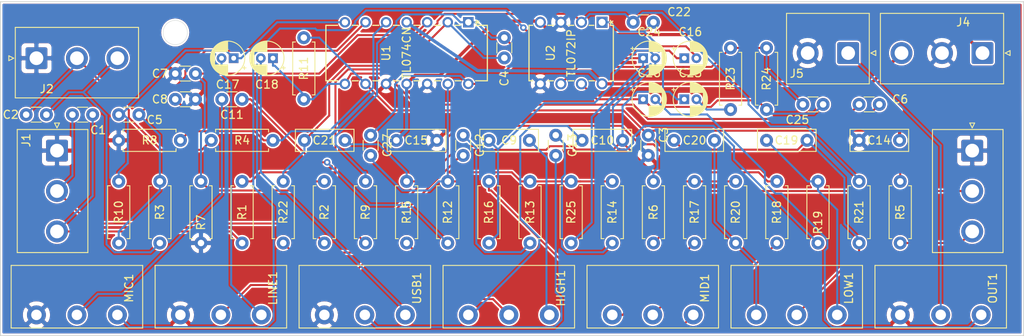
<source format=kicad_pcb>
(kicad_pcb (version 20171130) (host pcbnew "(5.1.2)-2")
  (layers (0 F.Cu signal) (31 B.Cu signal) (34 B.Paste user hide) (35 F.Paste user hide) (36 B.SilkS user hide) (37 F.SilkS user hide) (38 B.Mask user) (39 F.Mask user hide) (44 Edge.Cuts user))
  (net 0 "")
  (net 1 "Net-(C1-Pad2)")
  (net 2 "Net-(C1-Pad1)")
  (net 3 "Net-(C2-Pad2)")
  (net 4 "Net-(C2-Pad1)")
  (net 5 /1IN-)
  (net 6 /1OUT)
  (net 7 /2IN-)
  (net 8 /2OUT)
  (net 9 /3IN-)
  (net 10 /3OUT)
  (net 11 GNDREF)
  (net 12 /1IN+)
  (net 13 /2IN+)
  (net 14 "Net-(C9-Pad2)")
  (net 15 /CIRC2)
  (net 16 /1_out)
  (net 17 "Net-(C10-Pad1)")
  (net 18 "Net-(C11-Pad2)")
  (net 19 "Net-(C11-Pad1)")
  (net 20 "Net-(C12-Pad2)")
  (net 21 "Net-(C12-Pad1)")
  (net 22 "Net-(C13-Pad2)")
  (net 23 "Net-(C13-Pad1)")
  (net 24 +15V)
  (net 25 -15V)
  (net 26 "Net-(C16-Pad2)")
  (net 27 "Net-(C17-Pad2)")
  (net 28 "Net-(C18-Pad2)")
  (net 29 "Net-(C19-Pad2)")
  (net 30 "Net-(C19-Pad1)")
  (net 31 "Net-(C20-Pad2)")
  (net 32 "Net-(C21-Pad2)")
  (net 33 /node_A)
  (net 34 "Net-(C23-Pad2)")
  (net 35 /2_out)
  (net 36 /2_in-)
  (net 37 "Net-(C26-Pad2)")
  (net 38 /4IN-)
  (net 39 "Net-(J3-Pad3)")
  (net 40 "Net-(J3-Pad2)")
  (net 41 "Net-(J5-Pad1)")
  (net 42 "Net-(HIGH1-Pad2)")
  (net 43 "Net-(MID1-Pad1)")
  (net 44 "Net-(MID1-Pad2)")
  (net 45 "Net-(MID1-Pad3)")
  (net 46 "Net-(C24-Pad1)")
  (module Capacitor_THT:CP_Radial_D4.0mm_P1.50mm (layer F.Cu) (at 119.38 121.92)
    (fp_text reference C26 (at 0.75 -3.25) (layer F.SilkS))
    (fp_text value 47uF)
    (pad 2 thru_hole circle (at 1.5 0) (size 1.2 1.2) (drill 0.6) (layers *.Cu *.Mask) (net 37 "Net-(C26-Pad2)"))
    (pad 1 thru_hole rect (at 0 0) (size 1.2 1.2) (drill 0.6) (layers *.Cu *.Mask) (net 35 /2_out))
  )
  (module Capacitor_THT:CP_Radial_D4.0mm_P1.50mm (layer F.Cu) (at 119.38 116.84)
    (fp_text reference C24 (at 0.75 -3.25) (layer F.SilkS))
    (fp_text value 47uF)
    (pad 2 thru_hole circle (at 1.5 0) (size 1.2 1.2) (drill 0.6) (layers *.Cu *.Mask) (net 15 /CIRC2))
    (pad 1 thru_hole rect (at 0 0) (size 1.2 1.2) (drill 0.6) (layers *.Cu *.Mask) (net 46 "Net-(C24-Pad1)"))
  )
  (module Capacitor_THT:CP_Radial_D4.0mm_P1.50mm (layer F.Cu) (at 124.46 121.92)
    (fp_text reference C23 (at 0.75 -3.25) (layer F.SilkS))
    (fp_text value 47uF)
    (pad 2 thru_hole circle (at 1.5 0) (size 1.2 1.2) (drill 0.6) (layers *.Cu *.Mask) (net 34 "Net-(C23-Pad2)"))
    (pad 1 thru_hole rect (at 0 0) (size 1.2 1.2) (drill 0.6) (layers *.Cu *.Mask) (net 16 /1_out))
  )
  (module Capacitor_THT:CP_Radial_D4.0mm_P1.50mm (layer F.Cu) (at 73.66 116.84 180)
    (fp_text reference C18 (at 0.75 -3.25) (layer F.SilkS))
    (fp_text value 47uF)
    (pad 2 thru_hole circle (at 1.5 0 180) (size 1.2 1.2) (drill 0.6) (layers *.Cu *.Mask) (net 28 "Net-(C18-Pad2)"))
    (pad 1 thru_hole rect (at 0 0 180) (size 1.2 1.2) (drill 0.6) (layers *.Cu *.Mask) (net 10 /3OUT))
  )
  (module Capacitor_THT:CP_Radial_D4.0mm_P1.50mm (layer F.Cu) (at 68.81 116.84 180)
    (fp_text reference C17 (at 0.75 -3.25) (layer F.SilkS))
    (fp_text value 47uF)
    (pad 2 thru_hole circle (at 1.5 0 180) (size 1.2 1.2) (drill 0.6) (layers *.Cu *.Mask) (net 27 "Net-(C17-Pad2)"))
    (pad 1 thru_hole rect (at 0 0 180) (size 1.2 1.2) (drill 0.6) (layers *.Cu *.Mask) (net 8 /2OUT))
  )
  (module Capacitor_THT:CP_Radial_D4.0mm_P1.50mm (layer F.Cu) (at 124.46 116.84)
    (fp_text reference C16 (at 0.75 -3.25) (layer F.SilkS))
    (fp_text value 47uF)
    (pad 2 thru_hole circle (at 1.5 0) (size 1.2 1.2) (drill 0.6) (layers *.Cu *.Mask) (net 26 "Net-(C16-Pad2)"))
    (pad 1 thru_hole rect (at 0 0) (size 1.2 1.2) (drill 0.6) (layers *.Cu *.Mask) (net 6 /1OUT))
  )
  (module TL072:Pot (layer F.Cu) (at 151.13 148.59 270)
    (fp_text reference OUT1 (at -3.302 -11.43 90) (layer F.SilkS))
    (fp_text value 10K)
    (pad 1 thru_hole circle (at 0 0 270) (size 2.34 2.34) (drill 1.3) (layers *.Cu *.Mask) (net 11 GNDREF))
    (pad 2 thru_hole circle (at 0 -5 270) (size 2.34 2.34) (drill 1.3) (layers *.Cu *.Mask) (net 41 "Net-(J5-Pad1)"))
    (pad 3 thru_hole circle (at 0 -10 270) (size 2.34 2.34) (drill 1.3) (layers *.Cu *.Mask) (net 37 "Net-(C26-Pad2)"))
  )
  (module TL072:Pot (layer F.Cu) (at 133.35 148.59 270)
    (fp_text reference LOW1 (at -3.302 -11.43 90) (layer F.SilkS))
    (fp_text value 50K)
    (pad 1 thru_hole circle (at 0 0 270) (size 2.34 2.34) (drill 1.3) (layers *.Cu *.Mask) (net 31 "Net-(C20-Pad2)"))
    (pad 2 thru_hole circle (at 0 -5 270) (size 2.34 2.34) (drill 1.3) (layers *.Cu *.Mask) (net 30 "Net-(C19-Pad1)"))
    (pad 3 thru_hole circle (at 0 -10 270) (size 2.34 2.34) (drill 1.3) (layers *.Cu *.Mask) (net 29 "Net-(C19-Pad2)"))
  )
  (module TL072:Pot (layer F.Cu) (at 115.57 148.59 270)
    (fp_text reference MID1 (at -3.302 -11.43 90) (layer F.SilkS))
    (fp_text value 50K)
    (pad 1 thru_hole circle (at 0 0 270) (size 2.34 2.34) (drill 1.3) (layers *.Cu *.Mask) (net 43 "Net-(MID1-Pad1)"))
    (pad 2 thru_hole circle (at 0 -5 270) (size 2.34 2.34) (drill 1.3) (layers *.Cu *.Mask) (net 44 "Net-(MID1-Pad2)"))
    (pad 3 thru_hole circle (at 0 -10 270) (size 2.34 2.34) (drill 1.3) (layers *.Cu *.Mask) (net 45 "Net-(MID1-Pad3)"))
  )
  (module TL072:Pot (layer F.Cu) (at 80.01 148.59 270)
    (fp_text reference USB1 (at -3.302 -11.43 90) (layer F.SilkS))
    (fp_text value 10K)
    (pad 1 thru_hole circle (at 0 0 270) (size 2.34 2.34) (drill 1.3) (layers *.Cu *.Mask) (net 11 GNDREF))
    (pad 2 thru_hole circle (at 0 -5 270) (size 2.34 2.34) (drill 1.3) (layers *.Cu *.Mask) (net 22 "Net-(C13-Pad2)"))
    (pad 3 thru_hole circle (at 0 -10 270) (size 2.34 2.34) (drill 1.3) (layers *.Cu *.Mask) (net 28 "Net-(C18-Pad2)"))
  )
  (module TL072:Pot (layer F.Cu) (at 62.23 148.59 270)
    (fp_text reference LINE1 (at -3.302 -11.43 90) (layer F.SilkS))
    (fp_text value 10K)
    (pad 1 thru_hole circle (at 0 0 270) (size 2.34 2.34) (drill 1.3) (layers *.Cu *.Mask) (net 11 GNDREF))
    (pad 2 thru_hole circle (at 0 -5 270) (size 2.34 2.34) (drill 1.3) (layers *.Cu *.Mask) (net 20 "Net-(C12-Pad2)"))
    (pad 3 thru_hole circle (at 0 -10 270) (size 2.34 2.34) (drill 1.3) (layers *.Cu *.Mask) (net 27 "Net-(C17-Pad2)"))
  )
  (module TL072:Pot (layer F.Cu) (at 44.45 148.59 270)
    (fp_text reference MIC1 (at -3.302 -11.43 90) (layer F.SilkS))
    (fp_text value 10K)
    (pad 1 thru_hole circle (at 0 0 270) (size 2.34 2.34) (drill 1.3) (layers *.Cu *.Mask) (net 11 GNDREF))
    (pad 2 thru_hole circle (at 0 -5 270) (size 2.34 2.34) (drill 1.3) (layers *.Cu *.Mask) (net 18 "Net-(C11-Pad2)"))
    (pad 3 thru_hole circle (at 0 -10 270) (size 2.34 2.34) (drill 1.3) (layers *.Cu *.Mask) (net 26 "Net-(C16-Pad2)"))
  )
  (module TL072:Pot (layer F.Cu) (at 97.79 148.59 270)
    (fp_text reference HIGH1 (at -3.302 -11.43 90) (layer F.SilkS))
    (fp_text value 50K)
    (pad 1 thru_hole circle (at 0 0 270) (size 2.34 2.34) (drill 1.3) (layers *.Cu *.Mask) (net 17 "Net-(C10-Pad1)"))
    (pad 2 thru_hole circle (at 0 -5 270) (size 2.34 2.34) (drill 1.3) (layers *.Cu *.Mask) (net 42 "Net-(HIGH1-Pad2)"))
    (pad 3 thru_hole circle (at 0 -10 270) (size 2.34 2.34) (drill 1.3) (layers *.Cu *.Mask) (net 14 "Net-(C9-Pad2)"))
  )
  (module TL072:TL072IP (layer F.Cu) (at 106.68 120.015 270)
    (fp_text reference U2 (at -3.81 -1.27 90) (layer F.SilkS))
    (fp_text value TL072IP (at -3.81 -3.81 90) (layer F.SilkS))
    (fp_text user * (at -7.62 -9.0678 90) (layer F.SilkS))
    (pad 8 thru_hole circle (at 0 -7.62 270) (size 1.3716 1.3716) (drill 0.8636) (layers *.Cu *.Mask) (net 24 +15V))
    (pad 7 thru_hole circle (at 0 -5.08 270) (size 1.3716 1.3716) (drill 0.8636) (layers *.Cu *.Mask) (net 35 /2_out))
    (pad 6 thru_hole circle (at 0 -2.54 270) (size 1.3716 1.3716) (drill 0.8636) (layers *.Cu *.Mask) (net 36 /2_in-))
    (pad 5 thru_hole circle (at 0 0 270) (size 1.3716 1.3716) (drill 0.8636) (layers *.Cu *.Mask) (net 11 GNDREF))
    (pad 4 thru_hole circle (at -7.62 0 270) (size 1.3716 1.3716) (drill 0.8636) (layers *.Cu *.Mask) (net 25 -15V))
    (pad 3 thru_hole circle (at -7.62 -2.54 270) (size 1.3716 1.3716) (drill 0.8636) (layers *.Cu *.Mask) (net 11 GNDREF))
    (pad 2 thru_hole circle (at -7.62 -5.08 270) (size 1.3716 1.3716) (drill 0.8636) (layers *.Cu *.Mask) (net 32 "Net-(C21-Pad2)"))
    (pad 1 thru_hole rect (at -7.62 -7.62 270) (size 1.3716 1.3716) (drill 0.8636) (layers *.Cu *.Mask) (net 16 /1_out))
  )
  (module TL074:TL074CN (layer F.Cu) (at 82.55 120.015 270)
    (fp_text reference U1 (at -3.81 -5.08 90) (layer F.SilkS))
    (fp_text value TL074CN (at -3.81 -7.62 90) (layer F.SilkS))
    (fp_text user * (at -7.62 -16.6497 90) (layer F.SilkS))
    (pad 14 thru_hole circle (at 0 -15.24 270) (size 1.2954 1.2954) (drill 0.7874) (layers *.Cu *.Mask) (net 46 "Net-(C24-Pad1)"))
    (pad 13 thru_hole circle (at 0 -12.7 270) (size 1.2954 1.2954) (drill 0.7874) (layers *.Cu *.Mask) (net 38 /4IN-))
    (pad 12 thru_hole circle (at 0 -10.16 270) (size 1.2954 1.2954) (drill 0.7874) (layers *.Cu *.Mask) (net 11 GNDREF))
    (pad 11 thru_hole circle (at 0 -7.62 270) (size 1.2954 1.2954) (drill 0.7874) (layers *.Cu *.Mask) (net 25 -15V))
    (pad 10 thru_hole circle (at 0 -5.08 270) (size 1.2954 1.2954) (drill 0.7874) (layers *.Cu *.Mask) (net 11 GNDREF))
    (pad 9 thru_hole circle (at 0 -2.54 270) (size 1.2954 1.2954) (drill 0.7874) (layers *.Cu *.Mask) (net 9 /3IN-))
    (pad 8 thru_hole circle (at 0 0 270) (size 1.2954 1.2954) (drill 0.7874) (layers *.Cu *.Mask) (net 10 /3OUT))
    (pad 7 thru_hole circle (at -7.62 0 270) (size 1.2954 1.2954) (drill 0.7874) (layers *.Cu *.Mask) (net 8 /2OUT))
    (pad 6 thru_hole circle (at -7.62 -2.54 270) (size 1.2954 1.2954) (drill 0.7874) (layers *.Cu *.Mask) (net 7 /2IN-))
    (pad 5 thru_hole circle (at -7.62 -5.08 270) (size 1.2954 1.2954) (drill 0.7874) (layers *.Cu *.Mask) (net 13 /2IN+))
    (pad 4 thru_hole circle (at -7.62 -7.62 270) (size 1.2954 1.2954) (drill 0.7874) (layers *.Cu *.Mask) (net 24 +15V))
    (pad 3 thru_hole circle (at -7.62 -10.16 270) (size 1.2954 1.2954) (drill 0.7874) (layers *.Cu *.Mask) (net 12 /1IN+))
    (pad 2 thru_hole circle (at -7.62 -12.7 270) (size 1.2954 1.2954) (drill 0.7874) (layers *.Cu *.Mask) (net 5 /1IN-))
    (pad 1 thru_hole rect (at -7.62 -15.24 270) (size 1.2954 1.2954) (drill 0.7874) (layers *.Cu *.Mask) (net 6 /1OUT))
  )
  (module Resistor_THT:R_Axial_DIN0207_L6.3mm_D2.5mm_P7.62mm_Horizontal (layer F.Cu) (at 110.49 139.7 90)
    (fp_text reference R25 (at 3.81 0 90) (layer F.SilkS))
    (fp_text value 47K)
    (pad 2 thru_hole oval (at 7.62 0 90) (size 1.6 1.6) (drill 0.8) (layers *.Cu *.Mask) (net 38 /4IN-))
    (pad 1 thru_hole circle (at 0 0 90) (size 1.6 1.6) (drill 0.8) (layers *.Cu *.Mask) (net 46 "Net-(C24-Pad1)"))
  )
  (module Resistor_THT:R_Axial_DIN0207_L6.3mm_D2.5mm_P7.62mm_Horizontal (layer F.Cu) (at 134.62 123.19 90)
    (fp_text reference R24 (at 3.81 0 90) (layer F.SilkS))
    (fp_text value 27K)
    (pad 2 thru_hole oval (at 7.62 0 90) (size 1.6 1.6) (drill 0.8) (layers *.Cu *.Mask) (net 36 /2_in-))
    (pad 1 thru_hole circle (at 0 0 90) (size 1.6 1.6) (drill 0.8) (layers *.Cu *.Mask) (net 35 /2_out))
  )
  (module Resistor_THT:R_Axial_DIN0207_L6.3mm_D2.5mm_P7.62mm_Horizontal (layer F.Cu) (at 130.175 115.57 270)
    (fp_text reference R23 (at 3.81 0 90) (layer F.SilkS))
    (fp_text value 10K)
    (pad 2 thru_hole oval (at 7.62 0 270) (size 1.6 1.6) (drill 0.8) (layers *.Cu *.Mask) (net 34 "Net-(C23-Pad2)"))
    (pad 1 thru_hole circle (at 0 0 270) (size 1.6 1.6) (drill 0.8) (layers *.Cu *.Mask) (net 36 /2_in-))
  )
  (module Resistor_THT:R_Axial_DIN0207_L6.3mm_D2.5mm_P7.62mm_Horizontal (layer F.Cu) (at 74.93 139.7 90)
    (fp_text reference R22 (at 3.81 0 90) (layer F.SilkS))
    (fp_text value 1Meg)
    (pad 2 thru_hole oval (at 7.62 0 90) (size 1.6 1.6) (drill 0.8) (layers *.Cu *.Mask) (net 32 "Net-(C21-Pad2)"))
    (pad 1 thru_hole circle (at 0 0 90) (size 1.6 1.6) (drill 0.8) (layers *.Cu *.Mask) (net 16 /1_out))
  )
  (module Resistor_THT:R_Axial_DIN0207_L6.3mm_D2.5mm_P7.62mm_Horizontal (layer F.Cu) (at 146.05 132.08 270)
    (fp_text reference R21 (at 3.81 0 90) (layer F.SilkS))
    (fp_text value 10K)
    (pad 2 thru_hole oval (at 7.62 0 270) (size 1.6 1.6) (drill 0.8) (layers *.Cu *.Mask) (net 30 "Net-(C19-Pad1)"))
    (pad 1 thru_hole circle (at 0 0 270) (size 1.6 1.6) (drill 0.8) (layers *.Cu *.Mask) (net 32 "Net-(C21-Pad2)"))
  )
  (module Resistor_THT:R_Axial_DIN0207_L6.3mm_D2.5mm_P7.62mm_Horizontal (layer F.Cu) (at 130.81 139.7 90)
    (fp_text reference R20 (at 3.81 0 90) (layer F.SilkS))
    (fp_text value 6K8)
    (pad 2 thru_hole oval (at 7.62 0 90) (size 1.6 1.6) (drill 0.8) (layers *.Cu *.Mask) (net 16 /1_out))
    (pad 1 thru_hole circle (at 0 0 90) (size 1.6 1.6) (drill 0.8) (layers *.Cu *.Mask) (net 31 "Net-(C20-Pad2)"))
  )
  (module Resistor_THT:R_Axial_DIN0207_L6.3mm_D2.5mm_P7.62mm_Horizontal (layer F.Cu) (at 140.97 139.7 90)
    (fp_text reference R19 (at 2.54 0 90) (layer F.SilkS))
    (fp_text value 6K8)
    (pad 2 thru_hole oval (at 7.62 0 90) (size 1.6 1.6) (drill 0.8) (layers *.Cu *.Mask) (net 29 "Net-(C19-Pad2)"))
    (pad 1 thru_hole circle (at 0 0 90) (size 1.6 1.6) (drill 0.8) (layers *.Cu *.Mask) (net 15 /CIRC2))
  )
  (module Resistor_THT:R_Axial_DIN0207_L6.3mm_D2.5mm_P7.62mm_Horizontal (layer F.Cu) (at 135.89 139.7 90)
    (fp_text reference R18 (at 3.81 0 90) (layer F.SilkS))
    (fp_text value 1K3)
    (pad 2 thru_hole oval (at 7.62 0 90) (size 1.6 1.6) (drill 0.8) (layers *.Cu *.Mask) (net 33 /node_A))
    (pad 1 thru_hole circle (at 0 0 90) (size 1.6 1.6) (drill 0.8) (layers *.Cu *.Mask) (net 44 "Net-(MID1-Pad2)"))
  )
  (module Resistor_THT:R_Axial_DIN0207_L6.3mm_D2.5mm_P7.62mm_Horizontal (layer F.Cu) (at 125.73 139.7 90)
    (fp_text reference R17 (at 3.81 0 90) (layer F.SilkS))
    (fp_text value 910)
    (pad 2 thru_hole oval (at 7.62 0 90) (size 1.6 1.6) (drill 0.8) (layers *.Cu *.Mask) (net 16 /1_out))
    (pad 1 thru_hole circle (at 0 0 90) (size 1.6 1.6) (drill 0.8) (layers *.Cu *.Mask) (net 43 "Net-(MID1-Pad1)"))
  )
  (module Resistor_THT:R_Axial_DIN0207_L6.3mm_D2.5mm_P7.62mm_Horizontal (layer F.Cu) (at 100.33 139.7 90)
    (fp_text reference R16 (at 3.81 0 90) (layer F.SilkS))
    (fp_text value 910)
    (pad 2 thru_hole oval (at 7.62 0 90) (size 1.6 1.6) (drill 0.8) (layers *.Cu *.Mask) (net 45 "Net-(MID1-Pad3)"))
    (pad 1 thru_hole circle (at 0 0 90) (size 1.6 1.6) (drill 0.8) (layers *.Cu *.Mask) (net 15 /CIRC2))
  )
  (module Resistor_THT:R_Axial_DIN0207_L6.3mm_D2.5mm_P7.62mm_Horizontal (layer F.Cu) (at 90.17 139.7 90)
    (fp_text reference R15 (at 3.81 0 90) (layer F.SilkS))
    (fp_text value 1K1)
    (pad 2 thru_hole oval (at 7.62 0 90) (size 1.6 1.6) (drill 0.8) (layers *.Cu *.Mask) (net 33 /node_A))
    (pad 1 thru_hole circle (at 0 0 90) (size 1.6 1.6) (drill 0.8) (layers *.Cu *.Mask) (net 42 "Net-(HIGH1-Pad2)"))
  )
  (module Resistor_THT:R_Axial_DIN0207_L6.3mm_D2.5mm_P7.62mm_Horizontal (layer F.Cu) (at 115.57 139.7 90)
    (fp_text reference R14 (at 3.81 0 90) (layer F.SilkS))
    (fp_text value 47K)
    (pad 2 thru_hole oval (at 7.62 0 90) (size 1.6 1.6) (drill 0.8) (layers *.Cu *.Mask) (net 38 /4IN-))
    (pad 1 thru_hole circle (at 0 0 90) (size 1.6 1.6) (drill 0.8) (layers *.Cu *.Mask) (net 23 "Net-(C13-Pad1)"))
  )
  (module Resistor_THT:R_Axial_DIN0207_L6.3mm_D2.5mm_P7.62mm_Horizontal (layer F.Cu) (at 105.41 139.7 90)
    (fp_text reference R13 (at 3.81 0 90) (layer F.SilkS))
    (fp_text value 47K)
    (pad 2 thru_hole oval (at 7.62 0 90) (size 1.6 1.6) (drill 0.8) (layers *.Cu *.Mask) (net 38 /4IN-))
    (pad 1 thru_hole circle (at 0 0 90) (size 1.6 1.6) (drill 0.8) (layers *.Cu *.Mask) (net 21 "Net-(C12-Pad1)"))
  )
  (module Resistor_THT:R_Axial_DIN0207_L6.3mm_D2.5mm_P7.62mm_Horizontal (layer F.Cu) (at 77.47 114.3 270)
    (fp_text reference R11 (at 3.81 0 90) (layer F.SilkS))
    (fp_text value 10K)
    (pad 2 thru_hole oval (at 7.62 0 270) (size 1.6 1.6) (drill 0.8) (layers *.Cu *.Mask) (net 10 /3OUT))
    (pad 1 thru_hole circle (at 0 0 270) (size 1.6 1.6) (drill 0.8) (layers *.Cu *.Mask) (net 9 /3IN-))
  )
  (module Resistor_THT:R_Axial_DIN0207_L6.3mm_D2.5mm_P7.62mm_Horizontal (layer F.Cu) (at 54.61 139.7 90)
    (fp_text reference R10 (at 3.81 0 90) (layer F.SilkS))
    (fp_text value 10K)
    (pad 2 thru_hole oval (at 7.62 0 90) (size 1.6 1.6) (drill 0.8) (layers *.Cu *.Mask) (net 8 /2OUT))
    (pad 1 thru_hole circle (at 0 0 90) (size 1.6 1.6) (drill 0.8) (layers *.Cu *.Mask) (net 7 /2IN-))
  )
  (module Resistor_THT:R_Axial_DIN0207_L6.3mm_D2.5mm_P7.62mm_Horizontal (layer F.Cu) (at 85.09 139.7 90)
    (fp_text reference R9 (at 3.81 0 90) (layer F.SilkS))
    (fp_text value 100K)
    (pad 2 thru_hole oval (at 7.62 0 90) (size 1.6 1.6) (drill 0.8) (layers *.Cu *.Mask) (net 6 /1OUT))
    (pad 1 thru_hole circle (at 0 0 90) (size 1.6 1.6) (drill 0.8) (layers *.Cu *.Mask) (net 5 /1IN-))
  )
  (module Resistor_THT:R_Axial_DIN0207_L6.3mm_D2.5mm_P7.62mm_Horizontal (layer F.Cu) (at 62.23 127 180)
    (fp_text reference R8 (at 3.81 0) (layer F.SilkS))
    (fp_text value 10K)
    (pad 2 thru_hole oval (at 7.62 0 180) (size 1.6 1.6) (drill 0.8) (layers *.Cu *.Mask) (net 11 GNDREF))
    (pad 1 thru_hole circle (at 0 0 180) (size 1.6 1.6) (drill 0.8) (layers *.Cu *.Mask) (net 13 /2IN+))
  )
  (module Resistor_THT:R_Axial_DIN0207_L6.3mm_D2.5mm_P7.62mm_Horizontal (layer F.Cu) (at 64.77 132.08 270)
    (fp_text reference R7 (at 5.08 0 90) (layer F.SilkS))
    (fp_text value 100K)
    (pad 2 thru_hole oval (at 7.62 0 270) (size 1.6 1.6) (drill 0.8) (layers *.Cu *.Mask) (net 11 GNDREF))
    (pad 1 thru_hole circle (at 0 0 270) (size 1.6 1.6) (drill 0.8) (layers *.Cu *.Mask) (net 12 /1IN+))
  )
  (module Resistor_THT:R_Axial_DIN0207_L6.3mm_D2.5mm_P7.62mm_Horizontal (layer F.Cu) (at 120.65 139.7 90)
    (fp_text reference R6 (at 3.81 0 90) (layer F.SilkS))
    (fp_text value 10K)
    (pad 2 thru_hole oval (at 7.62 0 90) (size 1.6 1.6) (drill 0.8) (layers *.Cu *.Mask) (net 9 /3IN-))
    (pad 1 thru_hole circle (at 0 0 90) (size 1.6 1.6) (drill 0.8) (layers *.Cu *.Mask) (net 40 "Net-(J3-Pad2)"))
  )
  (module Resistor_THT:R_Axial_DIN0207_L6.3mm_D2.5mm_P7.62mm_Horizontal (layer F.Cu) (at 151.13 139.7 90)
    (fp_text reference R5 (at 3.81 0 90) (layer F.SilkS))
    (fp_text value 10K)
    (pad 2 thru_hole oval (at 7.62 0 90) (size 1.6 1.6) (drill 0.8) (layers *.Cu *.Mask) (net 9 /3IN-))
    (pad 1 thru_hole circle (at 0 0 90) (size 1.6 1.6) (drill 0.8) (layers *.Cu *.Mask) (net 39 "Net-(J3-Pad3)"))
  )
  (module Resistor_THT:R_Axial_DIN0207_L6.3mm_D2.5mm_P7.62mm_Horizontal (layer F.Cu) (at 66.04 127)
    (fp_text reference R4 (at 3.81 0) (layer F.SilkS))
    (fp_text value 10K)
    (pad 2 thru_hole oval (at 7.62 0) (size 1.6 1.6) (drill 0.8) (layers *.Cu *.Mask) (net 13 /2IN+))
    (pad 1 thru_hole circle (at 0 0) (size 1.6 1.6) (drill 0.8) (layers *.Cu *.Mask) (net 3 "Net-(C2-Pad2)"))
  )
  (module Resistor_THT:R_Axial_DIN0207_L6.3mm_D2.5mm_P7.62mm_Horizontal (layer F.Cu) (at 59.69 139.7 90)
    (fp_text reference R3 (at 3.81 0 90) (layer F.SilkS))
    (fp_text value 10K)
    (pad 2 thru_hole oval (at 7.62 0 90) (size 1.6 1.6) (drill 0.8) (layers *.Cu *.Mask) (net 7 /2IN-))
    (pad 1 thru_hole circle (at 0 0 90) (size 1.6 1.6) (drill 0.8) (layers *.Cu *.Mask) (net 4 "Net-(C2-Pad1)"))
  )
  (module Resistor_THT:R_Axial_DIN0207_L6.3mm_D2.5mm_P7.62mm_Horizontal (layer F.Cu) (at 80.01 139.7 90)
    (fp_text reference R2 (at 3.81 0 90) (layer F.SilkS))
    (fp_text value 3K3)
    (pad 2 thru_hole oval (at 7.62 0 90) (size 1.6 1.6) (drill 0.8) (layers *.Cu *.Mask) (net 12 /1IN+))
    (pad 1 thru_hole circle (at 0 0 90) (size 1.6 1.6) (drill 0.8) (layers *.Cu *.Mask) (net 1 "Net-(C1-Pad2)"))
  )
  (module Resistor_THT:R_Axial_DIN0207_L6.3mm_D2.5mm_P7.62mm_Horizontal (layer F.Cu) (at 69.85 139.7 90)
    (fp_text reference R1 (at 3.81 0 90) (layer F.SilkS))
    (fp_text value 3K3)
    (pad 2 thru_hole oval (at 7.62 0 90) (size 1.6 1.6) (drill 0.8) (layers *.Cu *.Mask) (net 5 /1IN-))
    (pad 1 thru_hole circle (at 0 0 90) (size 1.6 1.6) (drill 0.8) (layers *.Cu *.Mask) (net 2 "Net-(C1-Pad1)"))
  )
  (module Connector_JST:JST_NV_B02P-NV_1x02_P5.00mm_Vertical (layer F.Cu) (at 144.7 116.205 180)
    (fp_text reference J5 (at 6.35 -2.54) (layer F.SilkS))
    (fp_text value OUT)
    (pad 2 thru_hole circle (at 5 0 180) (size 2.7 2.7) (drill 1.7) (layers *.Cu *.Mask) (net 11 GNDREF))
    (pad 1 thru_hole roundrect (at 0 0 180) (size 2.7 2.7) (drill 1.7) (layers *.Cu *.Mask) (roundrect_rratio 0.09259299999999999) (net 41 "Net-(J5-Pad1)"))
  )
  (module Connector_JST:JST_NV_B03P-NV_1x03_P5.00mm_Vertical (layer F.Cu) (at 161.29 116.205 180)
    (fp_text reference J4 (at 2.38 3.81) (layer F.SilkS))
    (fp_text value Alimentação)
    (pad 3 thru_hole circle (at 10 0 180) (size 2.7 2.7) (drill 1.7) (layers *.Cu *.Mask) (net 24 +15V))
    (pad 2 thru_hole circle (at 5 0 180) (size 2.7 2.7) (drill 1.7) (layers *.Cu *.Mask) (net 11 GNDREF))
    (pad 1 thru_hole roundrect (at 0 0 180) (size 2.7 2.7) (drill 1.7) (layers *.Cu *.Mask) (roundrect_rratio 0.09259299999999999) (net 25 -15V))
  )
  (module Connector_JST:JST_NV_B03P-NV_1x03_P5.00mm_Vertical (layer F.Cu) (at 160.02 128.27 270)
    (fp_text reference J3 hide)
    (fp_text value USB)
    (pad 3 thru_hole circle (at 10 0 270) (size 2.7 2.7) (drill 1.7) (layers *.Cu *.Mask) (net 39 "Net-(J3-Pad3)"))
    (pad 2 thru_hole circle (at 5 0 270) (size 2.7 2.7) (drill 1.7) (layers *.Cu *.Mask) (net 40 "Net-(J3-Pad2)"))
    (pad 1 thru_hole roundrect (at 0 0 270) (size 2.7 2.7) (drill 1.7) (layers *.Cu *.Mask) (roundrect_rratio 0.09259299999999999) (net 11 GNDREF))
  )
  (module Connector_JST:JST_NV_B03P-NV_1x03_P5.00mm_Vertical (layer F.Cu) (at 44.45 116.84)
    (fp_text reference J2 (at 1.27 3.81) (layer F.SilkS))
    (fp_text value LINE)
    (pad 3 thru_hole circle (at 10 0) (size 2.7 2.7) (drill 1.7) (layers *.Cu *.Mask) (net 4 "Net-(C2-Pad1)"))
    (pad 2 thru_hole circle (at 5 0) (size 2.7 2.7) (drill 1.7) (layers *.Cu *.Mask) (net 3 "Net-(C2-Pad2)"))
    (pad 1 thru_hole roundrect (at 0 0) (size 2.7 2.7) (drill 1.7) (layers *.Cu *.Mask) (roundrect_rratio 0.09259299999999999) (net 11 GNDREF))
  )
  (module Connector_JST:JST_NV_B03P-NV_1x03_P5.00mm_Vertical (layer F.Cu) (at 46.99 128.27 270)
    (fp_text reference J1 (at -1.27 3.81 90) (layer F.SilkS))
    (fp_text value MIC)
    (pad 3 thru_hole circle (at 10 0 270) (size 2.7 2.7) (drill 1.7) (layers *.Cu *.Mask) (net 2 "Net-(C1-Pad1)"))
    (pad 2 thru_hole circle (at 5 0 270) (size 2.7 2.7) (drill 1.7) (layers *.Cu *.Mask) (net 1 "Net-(C1-Pad2)"))
    (pad 1 thru_hole roundrect (at 0 0 270) (size 2.7 2.7) (drill 1.7) (layers *.Cu *.Mask) (roundrect_rratio 0.09259299999999999) (net 11 GNDREF))
  )
  (module Capacitor_THT:C_Disc_D3.0mm_W1.6mm_P2.50mm (layer F.Cu) (at 85.725 126.365 270)
    (fp_text reference C27 (at 1.25 -2.05 90) (layer F.SilkS))
    (fp_text value 10pF)
    (pad 2 thru_hole circle (at 2.5 0 270) (size 1.6 1.6) (drill 0.8) (layers *.Cu *.Mask) (net 38 /4IN-))
    (pad 1 thru_hole circle (at 0 0 270) (size 1.6 1.6) (drill 0.8) (layers *.Cu *.Mask) (net 46 "Net-(C24-Pad1)"))
  )
  (module Capacitor_THT:C_Disc_D3.0mm_W1.6mm_P2.50mm (layer F.Cu) (at 139.105 122.555)
    (fp_text reference C25 (at -0.675 1.905) (layer F.SilkS))
    (fp_text value 20pF)
    (pad 2 thru_hole circle (at 2.5 0) (size 1.6 1.6) (drill 0.8) (layers *.Cu *.Mask) (net 35 /2_out))
    (pad 1 thru_hole circle (at 0 0) (size 1.6 1.6) (drill 0.8) (layers *.Cu *.Mask) (net 36 /2_in-))
  )
  (module Capacitor_THT:C_Disc_D3.0mm_W1.6mm_P2.50mm (layer F.Cu) (at 118.15 112.395)
    (fp_text reference C22 (at 5.675 -1.27) (layer F.SilkS))
    (fp_text value 20pF)
    (pad 2 thru_hole circle (at 2.5 0) (size 1.6 1.6) (drill 0.8) (layers *.Cu *.Mask) (net 16 /1_out))
    (pad 1 thru_hole circle (at 0 0) (size 1.6 1.6) (drill 0.8) (layers *.Cu *.Mask) (net 32 "Net-(C21-Pad2)"))
  )
  (module Capacitor_THT:C_Disc_D7.0mm_W2.5mm_P5.00mm (layer F.Cu) (at 82.55 127 180)
    (fp_text reference C21 (at 2.54 0) (layer F.SilkS))
    (fp_text value 12nF)
    (pad 2 thru_hole circle (at 5 0 180) (size 1.6 1.6) (drill 0.8) (layers *.Cu *.Mask) (net 32 "Net-(C21-Pad2)"))
    (pad 1 thru_hole circle (at 0 0 180) (size 1.6 1.6) (drill 0.8) (layers *.Cu *.Mask) (net 33 /node_A))
  )
  (module Capacitor_THT:C_Disc_D7.0mm_W2.5mm_P5.00mm (layer F.Cu) (at 123.19 127)
    (fp_text reference C20 (at 2.54 0) (layer F.SilkS))
    (fp_text value 33nF)
    (pad 2 thru_hole circle (at 5 0) (size 1.6 1.6) (drill 0.8) (layers *.Cu *.Mask) (net 31 "Net-(C20-Pad2)"))
    (pad 1 thru_hole circle (at 0 0) (size 1.6 1.6) (drill 0.8) (layers *.Cu *.Mask) (net 30 "Net-(C19-Pad1)"))
  )
  (module Capacitor_THT:C_Disc_D7.0mm_W2.5mm_P5.00mm (layer F.Cu) (at 139.62 127 180)
    (fp_text reference C19 (at 2.54 0) (layer F.SilkS))
    (fp_text value 33nF)
    (pad 2 thru_hole circle (at 5 0 180) (size 1.6 1.6) (drill 0.8) (layers *.Cu *.Mask) (net 29 "Net-(C19-Pad2)"))
    (pad 1 thru_hole circle (at 0 0 180) (size 1.6 1.6) (drill 0.8) (layers *.Cu *.Mask) (net 30 "Net-(C19-Pad1)"))
  )
  (module Capacitor_THT:C_Disc_D7.0mm_W2.5mm_P5.00mm (layer F.Cu) (at 93.9 127 180)
    (fp_text reference C15 (at 2.54 0) (layer F.SilkS))
    (fp_text value 100nF)
    (pad 2 thru_hole circle (at 5 0 180) (size 1.6 1.6) (drill 0.8) (layers *.Cu *.Mask) (net 25 -15V))
    (pad 1 thru_hole circle (at 0 0 180) (size 1.6 1.6) (drill 0.8) (layers *.Cu *.Mask) (net 11 GNDREF))
  )
  (module Capacitor_THT:C_Disc_D7.0mm_W2.5mm_P5.00mm (layer F.Cu) (at 151.05 127 180)
    (fp_text reference C14 (at 2.54 0) (layer F.SilkS))
    (fp_text value 100nF)
    (pad 2 thru_hole circle (at 5 0 180) (size 1.6 1.6) (drill 0.8) (layers *.Cu *.Mask) (net 11 GNDREF))
    (pad 1 thru_hole circle (at 0 0 180) (size 1.6 1.6) (drill 0.8) (layers *.Cu *.Mask) (net 24 +15V))
  )
  (module Capacitor_THT:C_Disc_D3.0mm_W1.6mm_P2.50mm (layer F.Cu) (at 108.585 126.365 270)
    (fp_text reference C13 (at 1.25 -2.05 90) (layer F.SilkS))
    (fp_text value 1uF)
    (pad 2 thru_hole circle (at 2.5 0 270) (size 1.6 1.6) (drill 0.8) (layers *.Cu *.Mask) (net 22 "Net-(C13-Pad2)"))
    (pad 1 thru_hole circle (at 0 0 270) (size 1.6 1.6) (drill 0.8) (layers *.Cu *.Mask) (net 23 "Net-(C13-Pad1)"))
  )
  (module Capacitor_THT:C_Disc_D3.0mm_W1.6mm_P2.50mm (layer F.Cu) (at 97.155 126.365 270)
    (fp_text reference C12 (at 1.25 -2.05 90) (layer F.SilkS))
    (fp_text value 1uF)
    (pad 2 thru_hole circle (at 2.5 0 270) (size 1.6 1.6) (drill 0.8) (layers *.Cu *.Mask) (net 20 "Net-(C12-Pad2)"))
    (pad 1 thru_hole circle (at 0 0 270) (size 1.6 1.6) (drill 0.8) (layers *.Cu *.Mask) (net 21 "Net-(C12-Pad1)"))
  )
  (module Capacitor_THT:C_Disc_D3.0mm_W1.6mm_P2.50mm (layer F.Cu) (at 69.85 121.92 180)
    (fp_text reference C11 (at 1.25 -1.905) (layer F.SilkS))
    (fp_text value 1uF)
    (pad 2 thru_hole circle (at 2.5 0 180) (size 1.6 1.6) (drill 0.8) (layers *.Cu *.Mask) (net 18 "Net-(C11-Pad2)"))
    (pad 1 thru_hole circle (at 0 0 180) (size 1.6 1.6) (drill 0.8) (layers *.Cu *.Mask) (net 19 "Net-(C11-Pad1)"))
  )
  (module Capacitor_THT:C_Disc_D7.0mm_W2.5mm_P5.00mm (layer F.Cu) (at 111.84 127)
    (fp_text reference C10 (at 2.5 0) (layer F.SilkS))
    (fp_text value 18mF)
    (pad 2 thru_hole circle (at 5 0) (size 1.6 1.6) (drill 0.8) (layers *.Cu *.Mask) (net 16 /1_out))
    (pad 1 thru_hole circle (at 0 0) (size 1.6 1.6) (drill 0.8) (layers *.Cu *.Mask) (net 17 "Net-(C10-Pad1)"))
  )
  (module Capacitor_THT:C_Disc_D7.0mm_W2.5mm_P5.00mm (layer F.Cu) (at 100.33 127)
    (fp_text reference C9 (at 2.5 0) (layer F.SilkS))
    (fp_text value 18mF)
    (pad 2 thru_hole circle (at 5 0) (size 1.6 1.6) (drill 0.8) (layers *.Cu *.Mask) (net 14 "Net-(C9-Pad2)"))
    (pad 1 thru_hole circle (at 0 0) (size 1.6 1.6) (drill 0.8) (layers *.Cu *.Mask) (net 15 /CIRC2))
  )
  (module Capacitor_THT:C_Disc_D3.0mm_W1.6mm_P2.50mm (layer F.Cu) (at 61.595 121.92)
    (fp_text reference C8 (at -1.905 0) (layer F.SilkS))
    (fp_text value 10pF)
    (pad 2 thru_hole circle (at 2.5 0) (size 1.6 1.6) (drill 0.8) (layers *.Cu *.Mask) (net 11 GNDREF))
    (pad 1 thru_hole circle (at 0 0) (size 1.6 1.6) (drill 0.8) (layers *.Cu *.Mask) (net 13 /2IN+))
  )
  (module Capacitor_THT:C_Disc_D3.0mm_W1.6mm_P2.50mm (layer F.Cu) (at 64.095 118.745 180)
    (fp_text reference C7 (at 4.405 0) (layer F.SilkS))
    (fp_text value 10pF)
    (pad 2 thru_hole circle (at 2.5 0 180) (size 1.6 1.6) (drill 0.8) (layers *.Cu *.Mask) (net 11 GNDREF))
    (pad 1 thru_hole circle (at 0 0 180) (size 1.6 1.6) (drill 0.8) (layers *.Cu *.Mask) (net 12 /1IN+))
  )
  (module Capacitor_THT:C_Disc_D3.0mm_W1.6mm_P2.50mm (layer F.Cu) (at 146.05 122.555)
    (fp_text reference C6 (at 5.08 -0.635) (layer F.SilkS))
    (fp_text value 10pF)
    (pad 2 thru_hole circle (at 2.5 0) (size 1.6 1.6) (drill 0.8) (layers *.Cu *.Mask) (net 9 /3IN-))
    (pad 1 thru_hole circle (at 0 0) (size 1.6 1.6) (drill 0.8) (layers *.Cu *.Mask) (net 10 /3OUT))
  )
  (module Capacitor_THT:C_Disc_D3.0mm_W1.6mm_P2.50mm (layer F.Cu) (at 54.61 123.825)
    (fp_text reference C5 (at 4.445 0.635) (layer F.SilkS))
    (fp_text value 10pF)
    (pad 2 thru_hole circle (at 2.5 0) (size 1.6 1.6) (drill 0.8) (layers *.Cu *.Mask) (net 7 /2IN-))
    (pad 1 thru_hole circle (at 0 0) (size 1.6 1.6) (drill 0.8) (layers *.Cu *.Mask) (net 8 /2OUT))
  )
  (module Capacitor_THT:C_Disc_D3.0mm_W1.6mm_P2.50mm (layer F.Cu) (at 102.235 114.3 270)
    (fp_text reference C4 (at 5.04 0 90) (layer F.SilkS))
    (fp_text value 10pF)
    (pad 2 thru_hole circle (at 2.5 0 270) (size 1.6 1.6) (drill 0.8) (layers *.Cu *.Mask) (net 5 /1IN-))
    (pad 1 thru_hole circle (at 0 0 270) (size 1.6 1.6) (drill 0.8) (layers *.Cu *.Mask) (net 6 /1OUT))
  )
  (module Capacitor_THT:C_Disc_D3.0mm_W1.6mm_P2.50mm (layer F.Cu) (at 120.015 126.365 270)
    (fp_text reference C3 (at -0.04 -1.905 90) (layer F.SilkS))
    (fp_text value 10pF)
    (pad 2 thru_hole circle (at 2.5 0 270) (size 1.6 1.6) (drill 0.8) (layers *.Cu *.Mask) (net 11 GNDREF))
    (pad 1 thru_hole circle (at 0 0 270) (size 1.6 1.6) (drill 0.8) (layers *.Cu *.Mask) (net 9 /3IN-))
  )
  (module Capacitor_THT:C_Disc_D3.0mm_W1.6mm_P2.50mm (layer F.Cu) (at 45.68 123.825 180)
    (fp_text reference C2 (at 4.405 0) (layer F.SilkS))
    (fp_text value 680pF)
    (pad 2 thru_hole circle (at 2.5 0 180) (size 1.6 1.6) (drill 0.8) (layers *.Cu *.Mask) (net 3 "Net-(C2-Pad2)"))
    (pad 1 thru_hole circle (at 0 0 180) (size 1.6 1.6) (drill 0.8) (layers *.Cu *.Mask) (net 4 "Net-(C2-Pad1)"))
  )
  (module Capacitor_THT:C_Disc_D3.0mm_W1.6mm_P2.50mm (layer F.Cu) (at 51.395 123.825 180)
    (fp_text reference C1 (at -0.675 -1.905) (layer F.SilkS))
    (fp_text value 680pF)
    (pad 2 thru_hole circle (at 2.5 0 180) (size 1.6 1.6) (drill 0.8) (layers *.Cu *.Mask) (net 1 "Net-(C1-Pad2)"))
    (pad 1 thru_hole circle (at 0 0 180) (size 1.6 1.6) (drill 0.8) (layers *.Cu *.Mask) (net 2 "Net-(C1-Pad1)"))
  )
  (module Resistor_THT:R_Axial_DIN0207_L6.3mm_D2.5mm_P7.62mm_Horizontal (layer F.Cu) (at 95.25 139.7 90)
    (fp_text reference R12 (at 3.81 0 90) (layer F.SilkS))
    (fp_text value 47K)
    (pad 1 thru_hole circle (at 0 0 90) (size 1.6 1.6) (drill 0.8) (layers *.Cu *.Mask) (net 19 "Net-(C11-Pad1)"))
    (pad 2 thru_hole oval (at 7.62 0 90) (size 1.6 1.6) (drill 0.8) (layers *.Cu *.Mask) (net 38 /4IN-))
  )
  (dimension 41.275 (width 0.12) (layer B.SilkS) (gr_text "41.275 mm" (at 172.72 130.4925 270) (layer B.SilkS) (effects (font (size 1 1) (thickness 0.15)))) (feature1 (pts (xy 166.37 151.13) (xy 172.036421 151.13))) (feature2 (pts (xy 166.37 109.855) (xy 172.036421 109.855))) (crossbar (pts (xy 171.45 109.855) (xy 171.45 151.13))) (arrow1a (pts (xy 171.45 151.13) (xy 170.863579 150.003496))) (arrow1b (pts (xy 171.45 151.13) (xy 172.036421 150.003496))) (arrow2a (pts (xy 171.45 109.855) (xy 170.863579 110.981504))) (arrow2b (pts (xy 171.45 109.855) (xy 172.036421 110.981504))))
  (dimension 126.37 (width 0.12) (layer B.SilkS) (gr_text "126.370 mm" (at 103.185 160.02) (layer B.SilkS) (effects (font (size 1 1) (thickness 0.15)))) (feature1 (pts (xy 166.37 151.13) (xy 166.37 159.336421))) (feature2 (pts (xy 40 151.13) (xy 40 159.336421))) (crossbar (pts (xy 40 158.75) (xy 166.37 158.75))) (arrow1a (pts (xy 166.37 158.75) (xy 165.243496 159.336421))) (arrow1b (pts (xy 166.37 158.75) (xy 165.243496 158.163579))) (arrow2a (pts (xy 40 158.75) (xy 41.126504 159.336421))) (arrow2b (pts (xy 40 158.75) (xy 41.126504 158.163579))))
  (gr_circle (center 61.595 113.665) (end 63.095 113.665) (layer Edge.Cuts) (width 0.05))
  (gr_line (start 40.005 109.855) (end 40 151.13) (layer Edge.Cuts) (width 0.1))
  (gr_line (start 166.37 109.855) (end 40 109.855) (layer Edge.Cuts) (width 0.1))
  (gr_line (start 166.37 151.13) (end 166.37 109.855) (layer Edge.Cuts) (width 0.1))
  (gr_line (start 40 151.13) (end 166.37 151.13) (layer Edge.Cuts) (width 0.1))
  (segment (start 46.99 133.27) (end 51.0064 137.2864) (width 0.25) (layer F.Cu) (net 1))
  (segment (start 51.0064 137.2864) (end 77.5964 137.2864) (width 0.25) (layer F.Cu) (net 1))
  (segment (start 77.5964 137.2864) (end 80.01 139.7) (width 0.25) (layer F.Cu) (net 1))
  (segment (start 48.895 123.825) (end 48.895 131.365) (width 0.25) (layer B.Cu) (net 1))
  (segment (start 48.895 131.365) (end 46.99 133.27) (width 0.25) (layer B.Cu) (net 1))
  (segment (start 46.99 138.27) (end 68.42 138.27) (width 0.25) (layer F.Cu) (net 2))
  (segment (start 68.42 138.27) (end 69.85 139.7) (width 0.25) (layer F.Cu) (net 2))
  (segment (start 51.395 123.825) (end 51.395 133.865) (width 0.25) (layer B.Cu) (net 2))
  (segment (start 51.395 133.865) (end 46.99 138.27) (width 0.25) (layer B.Cu) (net 2))
  (segment (start 49.45 116.84) (end 55.86 123.25) (width 0.25) (layer F.Cu) (net 3))
  (segment (start 55.86 123.25) (end 55.86 124.1902) (width 0.25) (layer F.Cu) (net 3))
  (segment (start 55.86 124.1902) (end 59.8416 128.1718) (width 0.25) (layer F.Cu) (net 3))
  (segment (start 59.8416 128.1718) (end 64.8682 128.1718) (width 0.25) (layer F.Cu) (net 3))
  (segment (start 64.8682 128.1718) (end 66.04 127) (width 0.25) (layer F.Cu) (net 3))
  (segment (start 43.18 123.825) (end 49.45 117.555) (width 0.25) (layer B.Cu) (net 3))
  (segment (start 49.45 117.555) (end 49.45 116.84) (width 0.25) (layer B.Cu) (net 3))
  (segment (start 50.2326 121.0574) (end 53.1071 123.9319) (width 0.25) (layer B.Cu) (net 4))
  (segment (start 53.1071 123.9319) (end 53.1071 139.8663) (width 0.25) (layer B.Cu) (net 4))
  (segment (start 53.1071 139.8663) (end 54.0886 140.8478) (width 0.25) (layer B.Cu) (net 4))
  (segment (start 54.0886 140.8478) (end 58.5422 140.8478) (width 0.25) (layer B.Cu) (net 4))
  (segment (start 58.5422 140.8478) (end 59.69 139.7) (width 0.25) (layer B.Cu) (net 4))
  (segment (start 45.68 123.825) (end 48.4476 121.0574) (width 0.25) (layer B.Cu) (net 4))
  (segment (start 48.4476 121.0574) (end 50.2326 121.0574) (width 0.25) (layer B.Cu) (net 4))
  (segment (start 54.45 116.84) (end 50.2326 121.0574) (width 0.25) (layer B.Cu) (net 4))
  (segment (start 81.3789 130.9547) (end 81.3789 135.9889) (width 0.25) (layer F.Cu) (net 5))
  (segment (start 81.3789 135.9889) (end 85.09 139.7) (width 0.25) (layer F.Cu) (net 5))
  (segment (start 70.9753 132.08) (end 72.1006 130.9547) (width 0.25) (layer F.Cu) (net 5))
  (segment (start 72.1006 130.9547) (end 81.3789 130.9547) (width 0.25) (layer F.Cu) (net 5))
  (segment (start 69.85 132.08) (end 70.9753 132.08) (width 0.25) (layer F.Cu) (net 5))
  (segment (start 102.235 116.8) (end 99.655 116.8) (width 0.25) (layer B.Cu) (net 5))
  (segment (start 99.655 116.8) (end 95.25 112.395) (width 0.25) (layer B.Cu) (net 5))
  (segment (start 82.9422 118.2259) (end 81.3789 119.7892) (width 0.25) (layer F.Cu) (net 5))
  (segment (start 89.4191 118.2259) (end 82.9422 118.2259) (width 0.25) (layer F.Cu) (net 5))
  (segment (start 95.25 112.395) (end 89.4191 118.2259) (width 0.25) (layer F.Cu) (net 5))
  (segment (start 81.3789 119.7892) (end 81.3789 130.9547) (width 0.25) (layer F.Cu) (net 5))
  (segment (start 124.46 116.84) (end 123.5347 116.84) (width 0.25) (layer F.Cu) (net 6))
  (segment (start 102.235 114.3) (end 103.8497 115.9147) (width 0.25) (layer F.Cu) (net 6))
  (segment (start 103.8497 115.9147) (end 122.6094 115.9147) (width 0.25) (layer F.Cu) (net 6))
  (segment (start 122.6094 115.9147) (end 123.5347 116.84) (width 0.25) (layer F.Cu) (net 6))
  (segment (start 97.79 112.395) (end 96.817 112.395) (width 0.25) (layer B.Cu) (net 6))
  (segment (start 85.09 132.08) (end 85.09 130.9547) (width 0.25) (layer B.Cu) (net 6))
  (segment (start 85.09 130.9547) (end 84.8087 130.9547) (width 0.25) (layer B.Cu) (net 6))
  (segment (start 84.8087 130.9547) (end 81.3919 127.5379) (width 0.25) (layer B.Cu) (net 6))
  (segment (start 81.3919 127.5379) (end 81.3919 126.5158) (width 0.25) (layer B.Cu) (net 6))
  (segment (start 81.3919 126.5158) (end 86.5135 121.3942) (width 0.25) (layer B.Cu) (net 6))
  (segment (start 86.5135 121.3942) (end 86.5135 115.0071) (width 0.25) (layer B.Cu) (net 6))
  (segment (start 86.5135 115.0071) (end 88.9 112.6206) (width 0.25) (layer B.Cu) (net 6))
  (segment (start 88.9 112.6206) (end 88.9 112.2459) (width 0.25) (layer B.Cu) (net 6))
  (segment (start 88.9 112.2459) (end 89.7239 111.422) (width 0.25) (layer B.Cu) (net 6))
  (segment (start 89.7239 111.422) (end 95.844 111.422) (width 0.25) (layer B.Cu) (net 6))
  (segment (start 95.844 111.422) (end 96.817 112.395) (width 0.25) (layer B.Cu) (net 6))
  (segment (start 97.79 112.395) (end 98.763 112.395) (width 0.25) (layer B.Cu) (net 6))
  (segment (start 102.235 114.3) (end 100.668 114.3) (width 0.25) (layer B.Cu) (net 6))
  (segment (start 100.668 114.3) (end 98.763 112.395) (width 0.25) (layer B.Cu) (net 6))
  (segment (start 57.11 123.825) (end 60.7271 120.2079) (width 0.25) (layer F.Cu) (net 7))
  (segment (start 60.7271 120.2079) (end 61.7525 120.2079) (width 0.25) (layer F.Cu) (net 7))
  (segment (start 61.7525 120.2079) (end 62.845 119.1154) (width 0.25) (layer F.Cu) (net 7))
  (segment (start 62.845 119.1154) (end 62.845 118.3986) (width 0.25) (layer F.Cu) (net 7))
  (segment (start 62.845 118.3986) (end 65.3289 115.9147) (width 0.25) (layer F.Cu) (net 7))
  (segment (start 65.3289 115.9147) (end 81.5703 115.9147) (width 0.25) (layer F.Cu) (net 7))
  (segment (start 81.5703 115.9147) (end 85.09 112.395) (width 0.25) (layer F.Cu) (net 7))
  (segment (start 59.69 132.08) (end 59.69 133.2053) (width 0.25) (layer B.Cu) (net 7))
  (segment (start 59.69 133.2053) (end 54.61 138.2853) (width 0.25) (layer B.Cu) (net 7))
  (segment (start 54.61 138.2853) (end 54.61 139.7) (width 0.25) (layer B.Cu) (net 7))
  (segment (start 59.69 132.08) (end 59.69 126.405) (width 0.25) (layer B.Cu) (net 7))
  (segment (start 59.69 126.405) (end 57.11 123.825) (width 0.25) (layer B.Cu) (net 7))
  (segment (start 55.2235 123.825) (end 55.2235 123.5165) (width 0.25) (layer B.Cu) (net 8))
  (segment (start 55.2235 123.5165) (end 62.8495 115.8905) (width 0.25) (layer B.Cu) (net 8))
  (segment (start 62.8495 115.8905) (end 67.8605 115.8905) (width 0.25) (layer B.Cu) (net 8))
  (segment (start 67.8605 115.8905) (end 68.81 116.84) (width 0.25) (layer B.Cu) (net 8))
  (segment (start 54.61 130.9547) (end 55.7353 129.8294) (width 0.25) (layer B.Cu) (net 8))
  (segment (start 55.7353 129.8294) (end 55.7353 124.3368) (width 0.25) (layer B.Cu) (net 8))
  (segment (start 55.7353 124.3368) (end 55.2235 123.825) (width 0.25) (layer B.Cu) (net 8))
  (segment (start 55.2235 123.825) (end 54.61 123.825) (width 0.25) (layer B.Cu) (net 8))
  (segment (start 54.61 132.08) (end 54.61 130.9547) (width 0.25) (layer B.Cu) (net 8))
  (segment (start 68.81 116.84) (end 69.7353 116.84) (width 0.25) (layer B.Cu) (net 8))
  (segment (start 82.55 112.395) (end 74.1803 112.395) (width 0.25) (layer B.Cu) (net 8))
  (segment (start 74.1803 112.395) (end 69.7353 116.84) (width 0.25) (layer B.Cu) (net 8))
  (segment (start 120.015 126.365) (end 116.9487 123.2987) (width 0.25) (layer F.Cu) (net 9))
  (segment (start 116.9487 123.2987) (end 88.3737 123.2987) (width 0.25) (layer F.Cu) (net 9))
  (segment (start 88.3737 123.2987) (end 85.09 120.015) (width 0.25) (layer F.Cu) (net 9))
  (segment (start 147.7501 125.8069) (end 147.7501 127.5748) (width 0.25) (layer F.Cu) (net 9))
  (segment (start 147.7501 127.5748) (end 151.13 130.9547) (width 0.25) (layer F.Cu) (net 9))
  (segment (start 148.55 122.555) (end 147.7501 123.3549) (width 0.25) (layer F.Cu) (net 9))
  (segment (start 147.7501 123.3549) (end 147.7501 125.8069) (width 0.25) (layer F.Cu) (net 9))
  (segment (start 120.015 126.365) (end 120.5731 125.8069) (width 0.25) (layer F.Cu) (net 9))
  (segment (start 120.5731 125.8069) (end 147.7501 125.8069) (width 0.25) (layer F.Cu) (net 9))
  (segment (start 120.65 132.08) (end 120.65 130.9547) (width 0.25) (layer B.Cu) (net 9))
  (segment (start 120.015 126.365) (end 121.1481 127.4981) (width 0.25) (layer B.Cu) (net 9))
  (segment (start 121.1481 127.4981) (end 121.1481 130.4566) (width 0.25) (layer B.Cu) (net 9))
  (segment (start 121.1481 130.4566) (end 120.65 130.9547) (width 0.25) (layer B.Cu) (net 9))
  (segment (start 151.13 132.08) (end 151.13 130.9547) (width 0.25) (layer F.Cu) (net 9))
  (segment (start 85.09 120.015) (end 79.375 114.3) (width 0.25) (layer B.Cu) (net 9))
  (segment (start 79.375 114.3) (end 77.47 114.3) (width 0.25) (layer B.Cu) (net 9))
  (segment (start 73.66 116.84) (end 73.66 117.7653) (width 0.25) (layer B.Cu) (net 10))
  (segment (start 78.0327 121.92) (end 73.878 117.7653) (width 0.25) (layer B.Cu) (net 10))
  (segment (start 73.878 117.7653) (end 73.66 117.7653) (width 0.25) (layer B.Cu) (net 10))
  (segment (start 78.0327 121.92) (end 78.5953 121.92) (width 0.25) (layer B.Cu) (net 10))
  (segment (start 77.47 121.92) (end 78.0327 121.92) (width 0.25) (layer B.Cu) (net 10))
  (segment (start 82.55 120.015) (end 80.5003 120.015) (width 0.25) (layer B.Cu) (net 10))
  (segment (start 80.5003 120.015) (end 78.5953 121.92) (width 0.25) (layer B.Cu) (net 10))
  (segment (start 144.2426 124.3624) (end 119.9687 124.3624) (width 0.25) (layer F.Cu) (net 10))
  (segment (start 146.05 122.555) (end 144.2426 124.3624) (width 0.25) (layer F.Cu) (net 10))
  (segment (start 119.9687 124.3624) (end 118.1914 122.5851) (width 0.25) (layer F.Cu) (net 10))
  (segment (start 118.1914 122.5851) (end 91.3562 122.5851) (width 0.25) (layer F.Cu) (net 10))
  (segment (start 91.3562 122.5851) (end 88.9 120.1289) (width 0.25) (layer F.Cu) (net 10))
  (segment (start 88.9 120.1289) (end 88.9 119.857) (width 0.25) (layer F.Cu) (net 10))
  (segment (start 83.312 118.745) (end 82.55 120.015) (width 0.25) (layer F.Cu) (net 10))
  (segment (start 88.9 119.857) (end 88.265 118.745) (width 0.25) (layer F.Cu) (net 10))
  (segment (start 88.265 118.745) (end 83.312 118.745) (width 0.25) (layer F.Cu) (net 10))
  (segment (start 64.095 118.745) (end 79.3769 118.745) (width 0.25) (layer F.Cu) (net 12))
  (segment (start 79.3769 118.745) (end 84.1336 113.9883) (width 0.25) (layer F.Cu) (net 12))
  (segment (start 84.1336 113.9883) (end 91.1167 113.9883) (width 0.25) (layer F.Cu) (net 12))
  (segment (start 91.1167 113.9883) (end 92.71 112.395) (width 0.25) (layer F.Cu) (net 12))
  (segment (start 80.01 132.08) (end 78.8847 132.08) (width 0.25) (layer F.Cu) (net 12))
  (segment (start 64.77 132.08) (end 65.8953 133.2053) (width 0.25) (layer F.Cu) (net 12))
  (segment (start 65.8953 133.2053) (end 77.7594 133.2053) (width 0.25) (layer F.Cu) (net 12))
  (segment (start 77.7594 133.2053) (end 78.8847 132.08) (width 0.25) (layer F.Cu) (net 12))
  (segment (start 64.095 118.745) (end 65.2394 119.8894) (width 0.25) (layer B.Cu) (net 12))
  (segment (start 65.2394 119.8894) (end 65.2394 125.5822) (width 0.25) (layer B.Cu) (net 12))
  (segment (start 65.2394 125.5822) (end 64.77 126.0516) (width 0.25) (layer B.Cu) (net 12))
  (segment (start 64.77 126.0516) (end 64.77 132.08) (width 0.25) (layer B.Cu) (net 12))
  (segment (start 73.66 127) (end 74.7853 127) (width 0.25) (layer B.Cu) (net 13))
  (segment (start 74.7853 127) (end 75.9106 125.8747) (width 0.25) (layer B.Cu) (net 13))
  (segment (start 75.9106 125.8747) (end 80.6125 125.8747) (width 0.25) (layer B.Cu) (net 13))
  (segment (start 80.6125 125.8747) (end 86.0631 120.4241) (width 0.25) (layer B.Cu) (net 13))
  (segment (start 86.0631 120.4241) (end 86.0631 113.9619) (width 0.25) (layer B.Cu) (net 13))
  (segment (start 86.0631 113.9619) (end 87.63 112.395) (width 0.25) (layer B.Cu) (net 13))
  (segment (start 63.3553 125.8747) (end 71.4094 125.8747) (width 0.25) (layer F.Cu) (net 13))
  (segment (start 71.4094 125.8747) (end 72.5347 127) (width 0.25) (layer F.Cu) (net 13))
  (segment (start 62.23 127) (end 63.3553 125.8747) (width 0.25) (layer F.Cu) (net 13))
  (segment (start 61.595 121.92) (end 63.3553 123.6803) (width 0.25) (layer F.Cu) (net 13))
  (segment (start 63.3553 123.6803) (end 63.3553 125.8747) (width 0.25) (layer F.Cu) (net 13))
  (segment (start 73.66 127) (end 72.5347 127) (width 0.25) (layer F.Cu) (net 13))
  (segment (start 105.33 127) (end 107.4384 129.1084) (width 0.25) (layer B.Cu) (net 14))
  (segment (start 107.4384 129.1084) (end 107.4384 148.2384) (width 0.25) (layer B.Cu) (net 14))
  (segment (start 107.4384 148.2384) (end 107.79 148.59) (width 0.25) (layer B.Cu) (net 14))
  (segment (start 101.4554 128.1254) (end 101.4554 138.5746) (width 0.25) (layer B.Cu) (net 15))
  (segment (start 101.4554 138.5746) (end 100.33 139.7) (width 0.25) (layer B.Cu) (net 15))
  (segment (start 100.33 127) (end 101.4554 128.1254) (width 0.25) (layer B.Cu) (net 15))
  (segment (start 101.4554 128.1254) (end 107.1773 122.4035) (width 0.25) (layer B.Cu) (net 15))
  (segment (start 107.1773 122.4035) (end 113.3416 122.4035) (width 0.25) (layer B.Cu) (net 15))
  (segment (start 113.3416 122.4035) (end 115.6452 120.0999) (width 0.25) (layer B.Cu) (net 15))
  (segment (start 115.6452 120.0999) (end 115.6452 118.8736) (width 0.25) (layer B.Cu) (net 15))
  (segment (start 115.6452 118.8736) (end 118.6042 115.9146) (width 0.25) (layer B.Cu) (net 15))
  (segment (start 118.6042 115.9146) (end 120.1734 115.9146) (width 0.25) (layer B.Cu) (net 15))
  (segment (start 120.1734 115.9146) (end 120.88 116.6212) (width 0.25) (layer B.Cu) (net 15))
  (segment (start 120.88 116.6212) (end 120.88 116.84) (width 0.25) (layer B.Cu) (net 15))
  (segment (start 140.97 139.7) (end 130.6039 129.3339) (width 0.25) (layer B.Cu) (net 15))
  (segment (start 130.6039 129.3339) (end 130.6039 127.7469) (width 0.25) (layer B.Cu) (net 15))
  (segment (start 130.6039 127.7469) (end 128.0552 125.1982) (width 0.25) (layer B.Cu) (net 15))
  (segment (start 128.0552 125.1982) (end 119.5315 125.1982) (width 0.25) (layer B.Cu) (net 15))
  (segment (start 119.5315 125.1982) (end 118.1457 126.584) (width 0.25) (layer B.Cu) (net 15))
  (segment (start 118.1457 126.584) (end 118.1457 127.3271) (width 0.25) (layer B.Cu) (net 15))
  (segment (start 118.1457 127.3271) (end 117.3309 128.1419) (width 0.25) (layer B.Cu) (net 15))
  (segment (start 117.3309 128.1419) (end 116.3821 128.1419) (width 0.25) (layer B.Cu) (net 15))
  (segment (start 116.3821 128.1419) (end 115.6434 127.4032) (width 0.25) (layer B.Cu) (net 15))
  (segment (start 115.6434 127.4032) (end 115.6434 122.8859) (width 0.25) (layer B.Cu) (net 15))
  (segment (start 115.6434 122.8859) (end 120.88 117.6493) (width 0.25) (layer B.Cu) (net 15))
  (segment (start 120.88 117.6493) (end 120.88 116.84) (width 0.25) (layer B.Cu) (net 15))
  (segment (start 121.8308 120.9947) (end 122.6094 120.9947) (width 0.25) (layer B.Cu) (net 16))
  (segment (start 122.6094 120.9947) (end 123.5347 121.92) (width 0.25) (layer B.Cu) (net 16))
  (segment (start 116.84 127) (end 116.84 122.7801) (width 0.25) (layer B.Cu) (net 16))
  (segment (start 116.84 122.7801) (end 118.6254 120.9947) (width 0.25) (layer B.Cu) (net 16))
  (segment (start 118.6254 120.9947) (end 121.8308 120.9947) (width 0.25) (layer B.Cu) (net 16))
  (segment (start 119.4949 113.5501) (end 121.8308 115.886) (width 0.25) (layer B.Cu) (net 16))
  (segment (start 121.8308 115.886) (end 121.8308 120.9947) (width 0.25) (layer B.Cu) (net 16))
  (segment (start 119.4949 113.5501) (end 116.4662 113.5501) (width 0.25) (layer B.Cu) (net 16))
  (segment (start 116.4662 113.5501) (end 115.3111 112.395) (width 0.25) (layer B.Cu) (net 16))
  (segment (start 120.65 112.395) (end 119.4949 113.5501) (width 0.25) (layer B.Cu) (net 16))
  (segment (start 114.3 112.395) (end 115.3111 112.395) (width 0.25) (layer B.Cu) (net 16))
  (segment (start 124.46 121.92) (end 123.5347 121.92) (width 0.25) (layer B.Cu) (net 16))
  (segment (start 116.6983 127.1417) (end 116.84 127) (width 0.25) (layer F.Cu) (net 16))
  (segment (start 74.93 139.7) (end 76.1069 140.8769) (width 0.25) (layer F.Cu) (net 16))
  (segment (start 76.1069 140.8769) (end 85.5606 140.8769) (width 0.25) (layer F.Cu) (net 16))
  (segment (start 85.5606 140.8769) (end 87.6387 138.7988) (width 0.25) (layer F.Cu) (net 16))
  (segment (start 87.6387 138.7988) (end 87.6387 136.7582) (width 0.25) (layer F.Cu) (net 16))
  (segment (start 87.6387 136.7582) (end 96.6834 127.7135) (width 0.25) (layer F.Cu) (net 16))
  (segment (start 96.6834 127.7135) (end 99.1785 127.7135) (width 0.25) (layer F.Cu) (net 16))
  (segment (start 99.1785 127.7135) (end 99.6382 128.1732) (width 0.25) (layer F.Cu) (net 16))
  (segment (start 99.6382 128.1732) (end 107.4118 128.1732) (width 0.25) (layer F.Cu) (net 16))
  (segment (start 107.4118 128.1732) (end 107.8565 127.7285) (width 0.25) (layer F.Cu) (net 16))
  (segment (start 107.8565 127.7285) (end 110.7035 127.7285) (width 0.25) (layer F.Cu) (net 16))
  (segment (start 110.7035 127.7285) (end 111.1084 128.1334) (width 0.25) (layer F.Cu) (net 16))
  (segment (start 111.1084 128.1334) (end 115.7066 128.1334) (width 0.25) (layer F.Cu) (net 16))
  (segment (start 115.7066 128.1334) (end 116.6983 127.1417) (width 0.25) (layer F.Cu) (net 16))
  (segment (start 116.6983 127.1417) (end 120.5113 130.9547) (width 0.25) (layer F.Cu) (net 16))
  (segment (start 120.5113 130.9547) (end 123.4794 130.9547) (width 0.25) (layer F.Cu) (net 16))
  (segment (start 123.4794 130.9547) (end 124.6047 132.08) (width 0.25) (layer F.Cu) (net 16))
  (segment (start 125.73 132.08) (end 124.6047 132.08) (width 0.25) (layer F.Cu) (net 16))
  (segment (start 125.73 132.08) (end 130.81 132.08) (width 0.25) (layer F.Cu) (net 16))
  (segment (start 111.84 127) (end 110.0639 125.2239) (width 0.25) (layer B.Cu) (net 17))
  (segment (start 110.0639 125.2239) (end 105.5045 125.2239) (width 0.25) (layer B.Cu) (net 17))
  (segment (start 105.5045 125.2239) (end 104.2046 126.5238) (width 0.25) (layer B.Cu) (net 17))
  (segment (start 104.2046 126.5238) (end 104.2046 136.6944) (width 0.25) (layer B.Cu) (net 17))
  (segment (start 104.2046 136.6944) (end 106.5566 139.0464) (width 0.25) (layer B.Cu) (net 17))
  (segment (start 106.5566 139.0464) (end 106.5566 140.2059) (width 0.25) (layer B.Cu) (net 17))
  (segment (start 106.5566 140.2059) (end 98.1725 148.59) (width 0.25) (layer B.Cu) (net 17))
  (segment (start 98.1725 148.59) (end 97.79 148.59) (width 0.25) (layer B.Cu) (net 17))
  (segment (start 67.35 121.92) (end 67.35 133.7091) (width 0.25) (layer B.Cu) (net 18))
  (segment (start 67.35 133.7091) (end 55.0595 145.9996) (width 0.25) (layer B.Cu) (net 18))
  (segment (start 55.0595 145.9996) (end 52.0404 145.9996) (width 0.25) (layer B.Cu) (net 18))
  (segment (start 52.0404 145.9996) (end 49.45 148.59) (width 0.25) (layer B.Cu) (net 18))
  (segment (start 80.354 129.7183) (end 78.6752 129.7183) (width 0.25) (layer F.Cu) (net 19))
  (segment (start 78.6752 129.7183) (end 70.8769 121.92) (width 0.25) (layer F.Cu) (net 19))
  (segment (start 70.8769 121.92) (end 69.85 121.92) (width 0.25) (layer F.Cu) (net 19))
  (segment (start 95.25 139.7) (end 90.5451 134.9951) (width 0.25) (layer B.Cu) (net 19))
  (segment (start 90.5451 134.9951) (end 85.6308 134.9951) (width 0.25) (layer B.Cu) (net 19))
  (segment (start 85.6308 134.9951) (end 80.354 129.7183) (width 0.25) (layer B.Cu) (net 19))
  (via (at 80.354 129.7183) (size 0.8) (layers F.Cu B.Cu) (net 19))
  (segment (start 97.155 128.865) (end 96.8706 128.865) (width 0.25) (layer F.Cu) (net 20))
  (segment (start 96.8706 128.865) (end 89.1938 136.5418) (width 0.25) (layer F.Cu) (net 20))
  (segment (start 89.1938 136.5418) (end 89.1938 137.8806) (width 0.25) (layer F.Cu) (net 20))
  (segment (start 89.1938 137.8806) (end 82.1738 144.9006) (width 0.25) (layer F.Cu) (net 20))
  (segment (start 82.1738 144.9006) (end 70.9194 144.9006) (width 0.25) (layer F.Cu) (net 20))
  (segment (start 70.9194 144.9006) (end 67.23 148.59) (width 0.25) (layer F.Cu) (net 20))
  (segment (start 97.155 126.365) (end 98.7766 127.9866) (width 0.25) (layer B.Cu) (net 21))
  (segment (start 98.7766 127.9866) (end 98.7766 139.7521) (width 0.25) (layer B.Cu) (net 21))
  (segment (start 98.7766 139.7521) (end 99.8499 140.8254) (width 0.25) (layer B.Cu) (net 21))
  (segment (start 99.8499 140.8254) (end 104.2846 140.8254) (width 0.25) (layer B.Cu) (net 21))
  (segment (start 104.2846 140.8254) (end 105.41 139.7) (width 0.25) (layer B.Cu) (net 21))
  (segment (start 108.585 128.865) (end 108.585 145.812) (width 0.25) (layer B.Cu) (net 22))
  (segment (start 108.585 145.812) (end 109.2893 146.5163) (width 0.25) (layer B.Cu) (net 22))
  (segment (start 109.2893 146.5163) (end 109.2893 149.2056) (width 0.25) (layer B.Cu) (net 22))
  (segment (start 109.2893 149.2056) (end 108.391 150.1039) (width 0.25) (layer B.Cu) (net 22))
  (segment (start 108.391 150.1039) (end 86.5239 150.1039) (width 0.25) (layer B.Cu) (net 22))
  (segment (start 86.5239 150.1039) (end 85.01 148.59) (width 0.25) (layer B.Cu) (net 22))
  (segment (start 108.585 126.365) (end 109.7114 127.4914) (width 0.25) (layer B.Cu) (net 23))
  (segment (start 109.7114 127.4914) (end 109.7114 131.2508) (width 0.25) (layer B.Cu) (net 23))
  (segment (start 109.7114 131.2508) (end 109.3522 131.61) (width 0.25) (layer B.Cu) (net 23))
  (segment (start 109.3522 131.61) (end 109.3522 140.1536) (width 0.25) (layer B.Cu) (net 23))
  (segment (start 109.3522 140.1536) (end 110.0447 140.8461) (width 0.25) (layer B.Cu) (net 23))
  (segment (start 110.0447 140.8461) (end 114.4239 140.8461) (width 0.25) (layer B.Cu) (net 23))
  (segment (start 114.4239 140.8461) (end 115.57 139.7) (width 0.25) (layer B.Cu) (net 23))
  (segment (start 147.6066 119.8884) (end 147.48 120.015) (width 0.4) (layer F.Cu) (net 24))
  (segment (start 147.48 120.015) (end 114.3 120.015) (width 0.4) (layer F.Cu) (net 24))
  (segment (start 151.29 116.205) (end 147.6066 119.8884) (width 0.4) (layer F.Cu) (net 24))
  (segment (start 151.05 127) (end 151.05 123.3318) (width 0.4) (layer F.Cu) (net 24))
  (segment (start 151.05 123.3318) (end 147.6066 119.8884) (width 0.4) (layer F.Cu) (net 24))
  (segment (start 98.933 118.364) (end 90.17 112.395) (width 0.4) (layer B.Cu) (net 24))
  (segment (start 114.3 120.015) (end 112.7636 118.4786) (width 0.4) (layer B.Cu) (net 24))
  (segment (start 112.7636 118.4786) (end 98.933 118.364) (width 0.4) (layer B.Cu) (net 24))
  (segment (start 106.68 112.395) (end 106.5447 112.2597) (width 0.4) (layer F.Cu) (net 25))
  (segment (start 106.5447 112.2597) (end 101.0077 112.2597) (width 0.4) (layer F.Cu) (net 25))
  (segment (start 101.0077 112.2597) (end 94.3005 118.9669) (width 0.4) (layer F.Cu) (net 25))
  (segment (start 94.3005 118.9669) (end 91.2181 118.9669) (width 0.4) (layer F.Cu) (net 25))
  (segment (start 91.2181 118.9669) (end 90.17 120.015) (width 0.4) (layer F.Cu) (net 25))
  (segment (start 106.68 112.395) (end 108.2017 113.9167) (width 0.4) (layer F.Cu) (net 25))
  (segment (start 108.2017 113.9167) (end 159.0017 113.9167) (width 0.4) (layer F.Cu) (net 25))
  (segment (start 159.0017 113.9167) (end 161.29 116.205) (width 0.4) (layer F.Cu) (net 25))
  (segment (start 88.9 127) (end 90.17 125.73) (width 0.4) (layer B.Cu) (net 25))
  (segment (start 90.17 125.73) (end 90.17 120.015) (width 0.4) (layer B.Cu) (net 25))
  (segment (start 104.5903 113.06) (end 106.8988 115.3685) (width 0.25) (layer F.Cu) (net 26))
  (segment (start 106.8988 115.3685) (end 124.6726 115.3685) (width 0.25) (layer F.Cu) (net 26))
  (segment (start 124.6726 115.3685) (end 125.96 116.6559) (width 0.25) (layer F.Cu) (net 26))
  (segment (start 125.96 116.6559) (end 125.96 116.84) (width 0.25) (layer F.Cu) (net 26))
  (segment (start 54.45 148.59) (end 55.9539 150.0939) (width 0.25) (layer B.Cu) (net 26))
  (segment (start 55.9539 150.0939) (end 72.8897 150.0939) (width 0.25) (layer B.Cu) (net 26))
  (segment (start 72.8897 150.0939) (end 73.7474 149.2362) (width 0.25) (layer B.Cu) (net 26))
  (segment (start 73.7474 149.2362) (end 73.7474 135.2703) (width 0.25) (layer B.Cu) (net 26))
  (segment (start 73.7474 135.2703) (end 71.2346 132.7575) (width 0.25) (layer B.Cu) (net 26))
  (segment (start 71.2346 132.7575) (end 71.2346 116.4509) (width 0.25) (layer B.Cu) (net 26))
  (segment (start 71.2346 116.4509) (end 74.5114 113.1741) (width 0.25) (layer B.Cu) (net 26))
  (segment (start 74.5114 113.1741) (end 78.886 113.1741) (width 0.25) (layer B.Cu) (net 26))
  (segment (start 78.886 113.1741) (end 79.08 113.3681) (width 0.25) (layer B.Cu) (net 26))
  (segment (start 79.08 113.3681) (end 82.9713 113.3681) (width 0.25) (layer B.Cu) (net 26))
  (segment (start 82.9713 113.3681) (end 83.82 112.5194) (width 0.25) (layer B.Cu) (net 26))
  (segment (start 83.82 112.5194) (end 83.82 112.2741) (width 0.25) (layer B.Cu) (net 26))
  (segment (start 83.82 112.2741) (end 85.1538 110.9403) (width 0.25) (layer B.Cu) (net 26))
  (segment (start 85.1538 110.9403) (end 102.4706 110.9403) (width 0.25) (layer B.Cu) (net 26))
  (segment (start 102.4706 110.9403) (end 104.5903 113.06) (width 0.25) (layer B.Cu) (net 26))
  (via (at 104.5903 113.06) (size 0.8) (layers F.Cu B.Cu) (net 26))
  (segment (start 72.23 148.59) (end 68.4995 144.8595) (width 0.25) (layer B.Cu) (net 27))
  (segment (start 68.4995 144.8595) (end 68.4995 119.9433) (width 0.25) (layer B.Cu) (net 27))
  (segment (start 68.4995 119.9433) (end 67.31 118.7538) (width 0.25) (layer B.Cu) (net 27))
  (segment (start 67.31 118.7538) (end 67.31 116.84) (width 0.25) (layer B.Cu) (net 27))
  (segment (start 90.01 148.59) (end 90.01 148.0649) (width 0.25) (layer B.Cu) (net 28))
  (segment (start 90.01 148.0649) (end 75.3569 133.4118) (width 0.25) (layer B.Cu) (net 28))
  (segment (start 75.3569 133.4118) (end 74.6381 133.4118) (width 0.25) (layer B.Cu) (net 28))
  (segment (start 74.6381 133.4118) (end 72.16 130.9337) (width 0.25) (layer B.Cu) (net 28))
  (segment (start 72.16 130.9337) (end 72.16 116.84) (width 0.25) (layer B.Cu) (net 28))
  (segment (start 140.97 132.08) (end 140.97 133.2053) (width 0.25) (layer B.Cu) (net 29))
  (segment (start 140.97 133.2053) (end 143.35 135.5853) (width 0.25) (layer B.Cu) (net 29))
  (segment (start 143.35 135.5853) (end 143.35 148.59) (width 0.25) (layer B.Cu) (net 29))
  (segment (start 134.62 127) (end 139.7 132.08) (width 0.25) (layer B.Cu) (net 29))
  (segment (start 139.7 132.08) (end 140.97 132.08) (width 0.25) (layer B.Cu) (net 29))
  (segment (start 139.62 127) (end 138.4662 128.1538) (width 0.25) (layer F.Cu) (net 30))
  (segment (start 138.4662 128.1538) (end 124.3438 128.1538) (width 0.25) (layer F.Cu) (net 30))
  (segment (start 124.3438 128.1538) (end 123.19 127) (width 0.25) (layer F.Cu) (net 30))
  (segment (start 146.05 139.7) (end 146.05 140.8253) (width 0.25) (layer F.Cu) (net 30))
  (segment (start 146.05 140.8253) (end 138.35 148.5253) (width 0.25) (layer F.Cu) (net 30))
  (segment (start 138.35 148.5253) (end 138.35 148.59) (width 0.25) (layer F.Cu) (net 30))
  (segment (start 139.62 127) (end 144.2359 131.6159) (width 0.25) (layer B.Cu) (net 30))
  (segment (start 144.2359 131.6159) (end 144.2359 137.3232) (width 0.25) (layer B.Cu) (net 30))
  (segment (start 144.2359 137.3232) (end 146.05 139.1373) (width 0.25) (layer B.Cu) (net 30))
  (segment (start 146.05 139.7) (end 146.05 139.1373) (width 0.25) (layer B.Cu) (net 30))
  (segment (start 130.81 139.7) (end 133.35 142.24) (width 0.25) (layer B.Cu) (net 31))
  (segment (start 133.35 142.24) (end 133.35 148.59) (width 0.25) (layer B.Cu) (net 31))
  (segment (start 128.19 127) (end 128.19 137.08) (width 0.25) (layer B.Cu) (net 31))
  (segment (start 128.19 137.08) (end 130.81 139.7) (width 0.25) (layer B.Cu) (net 31))
  (segment (start 118.15 112.395) (end 119.3233 111.2217) (width 0.25) (layer B.Cu) (net 32))
  (segment (start 119.3233 111.2217) (end 121.7039 111.2217) (width 0.25) (layer B.Cu) (net 32))
  (segment (start 121.7039 111.2217) (end 132.3975 121.9153) (width 0.25) (layer B.Cu) (net 32))
  (segment (start 132.3975 121.9153) (end 132.3975 122.559) (width 0.25) (layer B.Cu) (net 32))
  (segment (start 132.3975 122.559) (end 135.1153 125.2768) (width 0.25) (layer B.Cu) (net 32))
  (segment (start 135.1153 125.2768) (end 139.4897 125.2768) (width 0.25) (layer B.Cu) (net 32))
  (segment (start 139.4897 125.2768) (end 146.05 131.8371) (width 0.25) (layer B.Cu) (net 32))
  (segment (start 146.05 131.8371) (end 146.05 132.08) (width 0.25) (layer B.Cu) (net 32))
  (segment (start 118.15 112.395) (end 117.1388 111.3838) (width 0.25) (layer B.Cu) (net 32))
  (segment (start 117.1388 111.3838) (end 112.7712 111.3838) (width 0.25) (layer B.Cu) (net 32))
  (segment (start 112.7712 111.3838) (end 111.76 112.395) (width 0.25) (layer B.Cu) (net 32))
  (segment (start 74.93 132.08) (end 74.93 130.9547) (width 0.25) (layer B.Cu) (net 32))
  (segment (start 77.55 127) (end 77.55 128.3347) (width 0.25) (layer B.Cu) (net 32))
  (segment (start 77.55 128.3347) (end 74.93 130.9547) (width 0.25) (layer B.Cu) (net 32))
  (segment (start 80.6096 119.8946) (end 82.7287 117.7755) (width 0.25) (layer F.Cu) (net 32))
  (segment (start 94.8716 111.3503) (end 110.7153 111.3503) (width 0.25) (layer F.Cu) (net 32))
  (segment (start 93.9801 112.5279) (end 93.9801 112.2418) (width 0.25) (layer F.Cu) (net 32))
  (segment (start 88.7325 117.7755) (end 93.9801 112.5279) (width 0.25) (layer F.Cu) (net 32))
  (segment (start 77.55 127) (end 80.6096 123.9404) (width 0.25) (layer F.Cu) (net 32))
  (segment (start 80.6096 123.9404) (end 80.6096 119.8946) (width 0.25) (layer F.Cu) (net 32))
  (segment (start 82.7287 117.7755) (end 88.7325 117.7755) (width 0.25) (layer F.Cu) (net 32))
  (segment (start 93.9801 112.2418) (end 94.8716 111.3503) (width 0.25) (layer F.Cu) (net 32))
  (segment (start 110.7153 111.3503) (end 111.76 112.395) (width 0.25) (layer F.Cu) (net 32))
  (segment (start 135.89 132.08) (end 134.7647 132.08) (width 0.25) (layer F.Cu) (net 33))
  (segment (start 90.17 132.08) (end 91.2953 132.08) (width 0.25) (layer F.Cu) (net 33))
  (segment (start 91.2953 132.08) (end 95.2639 128.1114) (width 0.25) (layer F.Cu) (net 33))
  (segment (start 95.2639 128.1114) (end 95.2639 126.61) (width 0.25) (layer F.Cu) (net 33))
  (segment (start 95.2639 126.61) (end 96.6726 125.2013) (width 0.25) (layer F.Cu) (net 33))
  (segment (start 96.6726 125.2013) (end 116.6655 125.2013) (width 0.25) (layer F.Cu) (net 33))
  (segment (start 116.6655 125.2013) (end 118.9546 127.4904) (width 0.25) (layer F.Cu) (net 33))
  (segment (start 118.9546 127.4904) (end 120.652 127.4904) (width 0.25) (layer F.Cu) (net 33))
  (segment (start 120.652 127.4904) (end 124.1163 130.9547) (width 0.25) (layer F.Cu) (net 33))
  (segment (start 124.1163 130.9547) (end 133.6394 130.9547) (width 0.25) (layer F.Cu) (net 33))
  (segment (start 133.6394 130.9547) (end 134.7647 132.08) (width 0.25) (layer F.Cu) (net 33))
  (segment (start 90.17 132.08) (end 90.17 130.9547) (width 0.25) (layer B.Cu) (net 33))
  (segment (start 82.55 127) (end 83.0404 127.4904) (width 0.25) (layer B.Cu) (net 33))
  (segment (start 83.0404 127.4904) (end 86.7057 127.4904) (width 0.25) (layer B.Cu) (net 33))
  (segment (start 86.7057 127.4904) (end 90.17 130.9547) (width 0.25) (layer B.Cu) (net 33))
  (segment (start 130.175 123.19) (end 127.23 123.19) (width 0.25) (layer B.Cu) (net 34))
  (segment (start 127.23 123.19) (end 125.96 121.92) (width 0.25) (layer B.Cu) (net 34))
  (segment (start 141.605 122.555) (end 140.4586 123.7014) (width 0.25) (layer B.Cu) (net 35))
  (segment (start 140.4586 123.7014) (end 135.1314 123.7014) (width 0.25) (layer B.Cu) (net 35))
  (segment (start 135.1314 123.7014) (end 134.62 123.19) (width 0.25) (layer B.Cu) (net 35))
  (segment (start 134.62 123.19) (end 133.4899 122.0599) (width 0.25) (layer F.Cu) (net 35))
  (segment (start 133.4899 122.0599) (end 128.5727 122.0599) (width 0.25) (layer F.Cu) (net 35))
  (segment (start 128.5727 122.0599) (end 127.774 122.8586) (width 0.25) (layer F.Cu) (net 35))
  (segment (start 127.774 122.8586) (end 120.3186 122.8586) (width 0.25) (layer F.Cu) (net 35))
  (segment (start 120.3186 122.8586) (end 119.38 121.92) (width 0.25) (layer F.Cu) (net 35))
  (segment (start 119.38 121.92) (end 113.665 121.92) (width 0.25) (layer F.Cu) (net 35))
  (segment (start 113.665 121.92) (end 111.76 120.015) (width 0.25) (layer F.Cu) (net 35))
  (segment (start 130.175 115.57) (end 127.8304 117.9146) (width 0.25) (layer F.Cu) (net 36))
  (segment (start 127.8304 117.9146) (end 111.3204 117.9146) (width 0.25) (layer F.Cu) (net 36))
  (segment (start 111.3204 117.9146) (end 109.22 120.015) (width 0.25) (layer F.Cu) (net 36))
  (segment (start 134.62 115.57) (end 130.175 115.57) (width 0.25) (layer F.Cu) (net 36))
  (segment (start 139.105 122.555) (end 134.62 118.07) (width 0.25) (layer B.Cu) (net 36))
  (segment (start 134.62 118.07) (end 134.62 115.57) (width 0.25) (layer B.Cu) (net 36))
  (segment (start 161.13 148.59) (end 159.6136 150.1064) (width 0.25) (layer B.Cu) (net 37))
  (segment (start 159.6136 150.1064) (end 142.7139 150.1064) (width 0.25) (layer B.Cu) (net 37))
  (segment (start 142.7139 150.1064) (end 141.8148 149.2073) (width 0.25) (layer B.Cu) (net 37))
  (segment (start 141.8148 149.2073) (end 141.8148 140.6372) (width 0.25) (layer B.Cu) (net 37))
  (segment (start 141.8148 140.6372) (end 142.1306 140.3214) (width 0.25) (layer B.Cu) (net 37))
  (segment (start 142.1306 140.3214) (end 142.1306 139.269) (width 0.25) (layer B.Cu) (net 37))
  (segment (start 142.1306 139.269) (end 136.4518 133.5902) (width 0.25) (layer B.Cu) (net 37))
  (segment (start 136.4518 133.5902) (end 135.7358 133.5902) (width 0.25) (layer B.Cu) (net 37))
  (segment (start 135.7358 133.5902) (end 134.4144 132.2688) (width 0.25) (layer B.Cu) (net 37))
  (segment (start 134.4144 132.2688) (end 134.4144 130.9205) (width 0.25) (layer B.Cu) (net 37))
  (segment (start 134.4144 130.9205) (end 127.2935 123.7996) (width 0.25) (layer B.Cu) (net 37))
  (segment (start 127.2935 123.7996) (end 122.7596 123.7996) (width 0.25) (layer B.Cu) (net 37))
  (segment (start 122.7596 123.7996) (end 120.88 121.92) (width 0.25) (layer B.Cu) (net 37))
  (segment (start 105.41 132.08) (end 104.2847 132.08) (width 0.25) (layer F.Cu) (net 38))
  (segment (start 95.25 132.08) (end 96.3753 132.08) (width 0.25) (layer F.Cu) (net 38))
  (segment (start 96.3753 132.08) (end 97.5006 130.9547) (width 0.25) (layer F.Cu) (net 38))
  (segment (start 97.5006 130.9547) (end 103.1594 130.9547) (width 0.25) (layer F.Cu) (net 38))
  (segment (start 103.1594 130.9547) (end 104.2847 132.08) (width 0.25) (layer F.Cu) (net 38))
  (segment (start 110.49 132.08) (end 111.6153 132.08) (width 0.25) (layer F.Cu) (net 38))
  (segment (start 111.6153 132.08) (end 114.4447 132.08) (width 0.25) (layer F.Cu) (net 38))
  (segment (start 105.41 132.08) (end 110.49 132.08) (width 0.25) (layer F.Cu) (net 38))
  (segment (start 115.57 132.08) (end 114.4447 132.08) (width 0.25) (layer F.Cu) (net 38))
  (segment (start 95.25 132.08) (end 94.1247 132.08) (width 0.25) (layer B.Cu) (net 38))
  (segment (start 85.725 128.865) (end 85.725 129.2857) (width 0.25) (layer B.Cu) (net 38))
  (segment (start 85.725 129.2857) (end 89.6446 133.2053) (width 0.25) (layer B.Cu) (net 38))
  (segment (start 89.6446 133.2053) (end 92.9994 133.2053) (width 0.25) (layer B.Cu) (net 38))
  (segment (start 92.9994 133.2053) (end 94.1247 132.08) (width 0.25) (layer B.Cu) (net 38))
  (segment (start 95.25 132.08) (end 95.25 120.015) (width 0.25) (layer B.Cu) (net 38))
  (segment (start 160.02 138.27) (end 158.59 139.7) (width 0.25) (layer F.Cu) (net 39))
  (segment (start 158.59 139.7) (end 151.13 139.7) (width 0.25) (layer F.Cu) (net 39))
  (segment (start 160.02 133.27) (end 127.08 133.27) (width 0.25) (layer F.Cu) (net 40))
  (segment (start 127.08 133.27) (end 120.65 139.7) (width 0.25) (layer F.Cu) (net 40))
  (segment (start 144.7 116.205) (end 156.13 127.635) (width 0.25) (layer B.Cu) (net 41))
  (segment (start 156.13 127.635) (end 156.13 148.59) (width 0.25) (layer B.Cu) (net 41))
  (segment (start 90.17 139.7) (end 97.1131 146.6431) (width 0.25) (layer F.Cu) (net 42))
  (segment (start 97.1131 146.6431) (end 100.8431 146.6431) (width 0.25) (layer F.Cu) (net 42))
  (segment (start 100.8431 146.6431) (end 102.79 148.59) (width 0.25) (layer F.Cu) (net 42))
  (segment (start 125.73 139.7) (end 116.84 148.59) (width 0.25) (layer F.Cu) (net 43))
  (segment (start 116.84 148.59) (end 115.57 148.59) (width 0.25) (layer F.Cu) (net 43))
  (segment (start 135.89 139.7) (end 129.8064 145.7836) (width 0.25) (layer F.Cu) (net 44))
  (segment (start 129.8064 145.7836) (end 123.3764 145.7836) (width 0.25) (layer F.Cu) (net 44))
  (segment (start 123.3764 145.7836) (end 120.57 148.59) (width 0.25) (layer F.Cu) (net 44))
  (segment (start 100.33 132.08) (end 100.33 133.2053) (width 0.25) (layer F.Cu) (net 45))
  (segment (start 100.33 133.2053) (end 100.6113 133.2053) (width 0.25) (layer F.Cu) (net 45))
  (segment (start 100.6113 133.2053) (end 112.7262 145.3202) (width 0.25) (layer F.Cu) (net 45))
  (segment (start 112.7262 145.3202) (end 112.7262 147.8944) (width 0.25) (layer F.Cu) (net 45))
  (segment (start 112.7262 147.8944) (end 114.9288 150.097) (width 0.25) (layer F.Cu) (net 45))
  (segment (start 114.9288 150.097) (end 124.063 150.097) (width 0.25) (layer F.Cu) (net 45))
  (segment (start 124.063 150.097) (end 125.57 148.59) (width 0.25) (layer F.Cu) (net 45))
  (segment (start 97.79 120.015) (end 100.8096 120.015) (width 0.25) (layer F.Cu) (net 46))
  (segment (start 100.8096 120.015) (end 103.9846 116.84) (width 0.25) (layer F.Cu) (net 46))
  (segment (start 103.9846 116.84) (end 119.38 116.84) (width 0.25) (layer F.Cu) (net 46))
  (segment (start 110.49 139.7) (end 113.03 137.16) (width 0.25) (layer B.Cu) (net 46))
  (segment (start 113.03 137.16) (end 113.03 124.1153) (width 0.25) (layer B.Cu) (net 46))
  (segment (start 113.03 124.1153) (end 119.38 117.7653) (width 0.25) (layer B.Cu) (net 46))
  (segment (start 85.725 126.365) (end 88.7407 123.3493) (width 0.25) (layer B.Cu) (net 46))
  (segment (start 88.7407 123.3493) (end 88.7407 120.0678) (width 0.25) (layer B.Cu) (net 46))
  (segment (start 88.7407 120.0678) (end 89.7818 119.0267) (width 0.25) (layer B.Cu) (net 46))
  (segment (start 89.7818 119.0267) (end 96.8017 119.0267) (width 0.25) (layer B.Cu) (net 46))
  (segment (start 96.8017 119.0267) (end 97.79 120.015) (width 0.25) (layer B.Cu) (net 46))
  (segment (start 119.38 116.84) (end 119.38 117.7653) (width 0.25) (layer B.Cu) (net 46))
  (zone (net 11) (net_name GNDREF) (layer B.Cu) (connect_pads (clearance 0.2)) (min_thickness 0.254) (fill yes (arc_segments 32) (thermal_gap 0.508) (thermal_bridge_width 0.508))
    (polygon (pts (xy 40.005 109.83) (xy 40.03 151.02) (xy 166.38 151.13) (xy 165.98 109.88)))
  )
  (zone (net 11) (net_name GNDREF) (layer F.Cu) (connect_pads (clearance 0.2)) (min_thickness 0.254) (fill yes (arc_segments 32) (thermal_gap 0.508) (thermal_bridge_width 0.508))
    (polygon (pts (xy 40.07 109.83) (xy 40.03 151.02) (xy 166.38 151.13) (xy 166.29 109.88)))
  )
)
</source>
